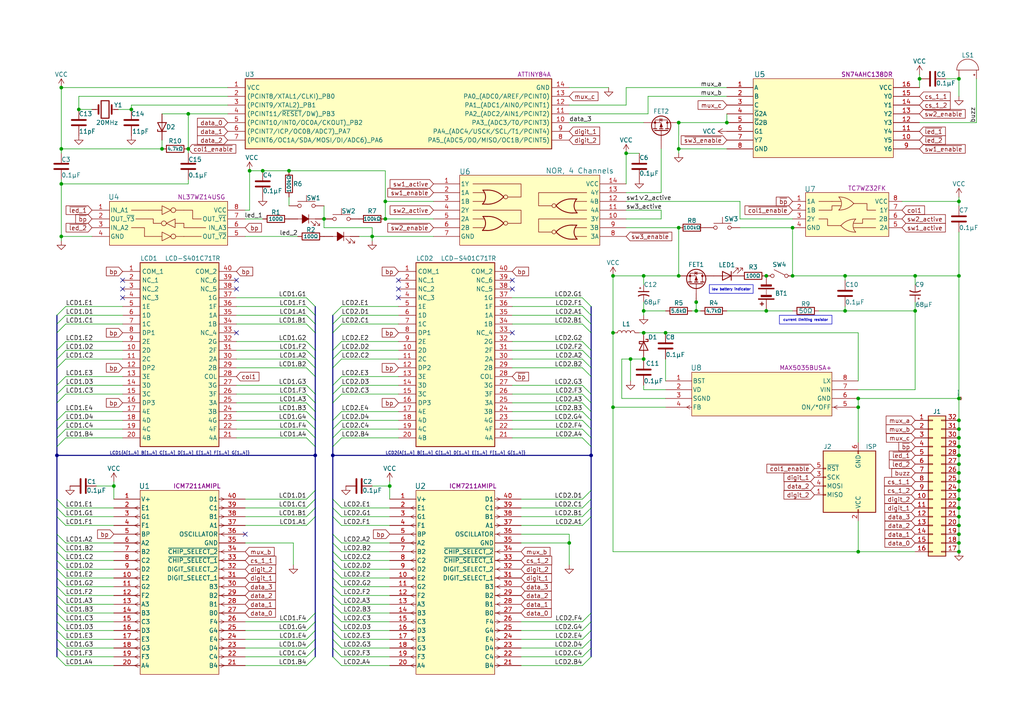
<source format=kicad_sch>
(kicad_sch (version 20230121) (generator eeschema)
  (paper "A4")
  (title_block (title "Liclock") (date "2023-12-12") (rev "0,6") (company "Alset"))
  (junction (at 16.51 132.08))
  (junction (at 93.98 63.5))
  (junction (at 278.13 22.86))
  (junction (at 196.85 35.56))
  (junction (at 278.13 154.94))
  (junction (at 91.44 132.08))
  (junction (at 278.13 157.48))
  (junction (at 111.76 63.5))
  (junction (at 72.39 49.53))
  (junction (at 196.85 43.18))
  (junction (at 171.45 132.08))
  (junction (at 107.95 68.58))
  (junction (at 54.61 33.02))
  (junction (at 165.1 157.48))
  (junction (at 22.86 31.75))
  (junction (at 17.78 43.18))
  (junction (at 278.13 58.42))
  (junction (at 182.88 104.14))
  (junction (at 76.2 49.53))
  (junction (at 278.13 129.54))
  (junction (at 278.13 124.46))
  (junction (at 186.69 104.14))
  (junction (at 278.13 144.78))
  (junction (at 54.61 43.18))
  (junction (at 17.78 68.58))
  (junction (at 186.69 80.01))
  (junction (at 278.13 121.92))
  (junction (at 17.78 25.4))
  (junction (at 278.13 149.86))
  (junction (at 248.92 115.57))
  (junction (at 222.25 90.17))
  (junction (at 245.11 80.01))
  (junction (at 186.69 90.17))
  (junction (at 96.52 132.08))
  (junction (at 38.1 31.75))
  (junction (at 278.13 139.7))
  (junction (at 196.85 80.01))
  (junction (at 181.61 44.45))
  (junction (at 278.13 115.57))
  (junction (at 265.43 80.01))
  (junction (at 83.82 49.53))
  (junction (at 193.04 96.52))
  (junction (at 229.87 80.01))
  (junction (at 177.8 80.01))
  (junction (at 210.82 35.56))
  (junction (at 265.43 90.17))
  (junction (at 278.13 142.24))
  (junction (at 278.13 134.62))
  (junction (at 229.87 66.04))
  (junction (at 196.85 66.04))
  (junction (at 266.7 22.86))
  (junction (at 186.69 96.52))
  (junction (at 278.13 152.4))
  (junction (at 248.92 118.11))
  (junction (at 278.13 137.16))
  (junction (at 201.93 87.63))
  (junction (at 278.13 147.32))
  (junction (at 177.8 118.11))
  (junction (at 177.8 96.52))
  (junction (at 17.78 53.34))
  (junction (at 201.93 90.17))
  (junction (at 33.02 140.97))
  (junction (at 46.99 43.18))
  (junction (at 113.03 140.97))
  (junction (at 111.76 58.42))
  (junction (at 278.13 160.02))
  (junction (at 248.92 160.02))
  (junction (at 222.25 80.01))
  (junction (at 278.13 132.08))
  (junction (at 245.11 90.17))
  (junction (at 278.13 127))
  (junction (at 278.13 80.01))
  (no_connect (at 35.56 86.36))
  (no_connect (at 68.58 83.82))
  (no_connect (at 148.59 83.82))
  (no_connect (at 68.58 96.52))
  (no_connect (at 148.59 81.28))
  (no_connect (at 35.56 83.82))
  (no_connect (at 115.57 81.28))
  (no_connect (at 115.57 86.36))
  (no_connect (at 68.58 81.28))
  (no_connect (at 115.57 83.82))
  (no_connect (at 148.59 96.52))
  (no_connect (at 71.12 154.94))
  (no_connect (at 35.56 81.28))
  (bus_entry (at 99.06 121.92) (size -2.54 2.54))
  (bus_entry (at 99.06 157.48) (size -2.54 -2.54))
  (bus_entry (at 19.05 147.32) (size -2.54 -2.54))
  (bus_entry (at 19.05 109.22) (size -2.54 2.54))
  (bus_entry (at 99.06 91.44) (size -2.54 2.54))
  (bus_entry (at 19.05 180.34) (size -2.54 -2.54))
  (bus_entry (at 19.05 111.76) (size -2.54 2.54))
  (bus_entry (at 99.06 162.56) (size -2.54 -2.54))
  (bus_entry (at 168.91 152.4) (size 2.54 -2.54))
  (bus_entry (at 168.91 114.3) (size 2.54 2.54))
  (bus_entry (at 168.91 182.88) (size 2.54 -2.54))
  (bus_entry (at 88.9 147.32) (size 2.54 -2.54))
  (bus_entry (at 99.06 109.22) (size -2.54 2.54))
  (bus_entry (at 19.05 185.42) (size -2.54 -2.54))
  (bus_entry (at 19.05 157.48) (size -2.54 -2.54))
  (bus_entry (at 88.9 104.14) (size 2.54 2.54))
  (bus_entry (at 168.91 144.78) (size 2.54 -2.54))
  (bus_entry (at 168.91 104.14) (size 2.54 2.54))
  (bus_entry (at 19.05 101.6) (size -2.54 2.54))
  (bus_entry (at 99.06 104.14) (size -2.54 2.54))
  (bus_entry (at 168.91 149.86) (size 2.54 -2.54))
  (bus_entry (at 99.06 170.18) (size -2.54 -2.54))
  (bus_entry (at 168.91 147.32) (size 2.54 -2.54))
  (bus_entry (at 19.05 149.86) (size -2.54 -2.54))
  (bus_entry (at 168.91 116.84) (size 2.54 2.54))
  (bus_entry (at 19.05 119.38) (size -2.54 2.54))
  (bus_entry (at 88.9 127) (size 2.54 2.54))
  (bus_entry (at 99.06 114.3) (size -2.54 2.54))
  (bus_entry (at 19.05 177.8) (size -2.54 -2.54))
  (bus_entry (at 99.06 124.46) (size -2.54 2.54))
  (bus_entry (at 19.05 190.5) (size -2.54 -2.54))
  (bus_entry (at 99.06 182.88) (size -2.54 -2.54))
  (bus_entry (at 99.06 193.04) (size -2.54 -2.54))
  (bus_entry (at 19.05 152.4) (size -2.54 -2.54))
  (bus_entry (at 19.05 93.98) (size -2.54 2.54))
  (bus_entry (at 88.9 124.46) (size 2.54 2.54))
  (bus_entry (at 19.05 167.64) (size -2.54 -2.54))
  (bus_entry (at 88.9 101.6) (size 2.54 2.54))
  (bus_entry (at 168.91 124.46) (size 2.54 2.54))
  (bus_entry (at 19.05 104.14) (size -2.54 2.54))
  (bus_entry (at 168.91 101.6) (size 2.54 2.54))
  (bus_entry (at 99.06 119.38) (size -2.54 2.54))
  (bus_entry (at 88.9 99.06) (size 2.54 2.54))
  (bus_entry (at 99.06 93.98) (size -2.54 2.54))
  (bus_entry (at 168.91 187.96) (size 2.54 -2.54))
  (bus_entry (at 168.91 121.92) (size 2.54 2.54))
  (bus_entry (at 168.91 91.44) (size 2.54 2.54))
  (bus_entry (at 99.06 167.64) (size -2.54 -2.54))
  (bus_entry (at 19.05 187.96) (size -2.54 -2.54))
  (bus_entry (at 88.9 88.9) (size 2.54 2.54))
  (bus_entry (at 99.06 180.34) (size -2.54 -2.54))
  (bus_entry (at 19.05 160.02) (size -2.54 -2.54))
  (bus_entry (at 19.05 170.18) (size -2.54 -2.54))
  (bus_entry (at 88.9 190.5) (size 2.54 -2.54))
  (bus_entry (at 88.9 149.86) (size 2.54 -2.54))
  (bus_entry (at 88.9 114.3) (size 2.54 2.54))
  (bus_entry (at 99.06 187.96) (size -2.54 -2.54))
  (bus_entry (at 19.05 193.04) (size -2.54 -2.54))
  (bus_entry (at 99.06 172.72) (size -2.54 -2.54))
  (bus_entry (at 19.05 114.3) (size -2.54 2.54))
  (bus_entry (at 168.91 99.06) (size 2.54 2.54))
  (bus_entry (at 168.91 180.34) (size 2.54 -2.54))
  (bus_entry (at 19.05 127) (size -2.54 2.54))
  (bus_entry (at 99.06 190.5) (size -2.54 -2.54))
  (bus_entry (at 88.9 111.76) (size 2.54 2.54))
  (bus_entry (at 99.06 88.9) (size -2.54 2.54))
  (bus_entry (at 99.06 149.86) (size -2.54 -2.54))
  (bus_entry (at 19.05 121.92) (size -2.54 2.54))
  (bus_entry (at 168.91 193.04) (size 2.54 -2.54))
  (bus_entry (at 88.9 193.04) (size 2.54 -2.54))
  (bus_entry (at 168.91 93.98) (size 2.54 2.54))
  (bus_entry (at 19.05 182.88) (size -2.54 -2.54))
  (bus_entry (at 99.06 160.02) (size -2.54 -2.54))
  (bus_entry (at 88.9 144.78) (size 2.54 -2.54))
  (bus_entry (at 99.06 99.06) (size -2.54 2.54))
  (bus_entry (at 168.91 127) (size 2.54 2.54))
  (bus_entry (at 99.06 165.1) (size -2.54 -2.54))
  (bus_entry (at 88.9 121.92) (size 2.54 2.54))
  (bus_entry (at 88.9 86.36) (size 2.54 2.54))
  (bus_entry (at 88.9 91.44) (size 2.54 2.54))
  (bus_entry (at 19.05 91.44) (size -2.54 2.54))
  (bus_entry (at 88.9 187.96) (size 2.54 -2.54))
  (bus_entry (at 88.9 119.38) (size 2.54 2.54))
  (bus_entry (at 19.05 99.06) (size -2.54 2.54))
  (bus_entry (at 99.06 111.76) (size -2.54 2.54))
  (bus_entry (at 168.91 106.68) (size 2.54 2.54))
  (bus_entry (at 19.05 124.46) (size -2.54 2.54))
  (bus_entry (at 19.05 172.72) (size -2.54 -2.54))
  (bus_entry (at 99.06 147.32) (size -2.54 -2.54))
  (bus_entry (at 88.9 180.34) (size 2.54 -2.54))
  (bus_entry (at 88.9 106.68) (size 2.54 2.54))
  (bus_entry (at 168.91 111.76) (size 2.54 2.54))
  (bus_entry (at 168.91 185.42) (size 2.54 -2.54))
  (bus_entry (at 99.06 185.42) (size -2.54 -2.54))
  (bus_entry (at 19.05 88.9) (size -2.54 2.54))
  (bus_entry (at 88.9 93.98) (size 2.54 2.54))
  (bus_entry (at 99.06 175.26) (size -2.54 -2.54))
  (bus_entry (at 168.91 88.9) (size 2.54 2.54))
  (bus_entry (at 99.06 152.4) (size -2.54 -2.54))
  (bus_entry (at 88.9 182.88) (size 2.54 -2.54))
  (bus_entry (at 168.91 190.5) (size 2.54 -2.54))
  (bus_entry (at 88.9 116.84) (size 2.54 2.54))
  (bus_entry (at 19.05 165.1) (size -2.54 -2.54))
  (bus_entry (at 99.06 177.8) (size -2.54 -2.54))
  (bus_entry (at 99.06 127) (size -2.54 2.54))
  (bus_entry (at 88.9 185.42) (size 2.54 -2.54))
  (bus_entry (at 19.05 162.56) (size -2.54 -2.54))
  (bus_entry (at 168.91 86.36) (size 2.54 2.54))
  (bus_entry (at 99.06 101.6) (size -2.54 2.54))
  (bus_entry (at 168.91 119.38) (size 2.54 2.54))
  (bus_entry (at 19.05 175.26) (size -2.54 -2.54))
  (bus_entry (at 88.9 152.4) (size 2.54 -2.54))
  (wire (pts (xy 165.1 30.48) (xy 181.61 30.48)))
  (bus (pts (xy 171.45 177.8) (xy 171.45 180.34)))
  (bus (pts (xy 91.44 147.32) (xy 91.44 149.86)))
  (wire (pts (xy 99.06 177.8) (xy 113.03 177.8)))
  (wire (pts (xy 72.39 49.53) (xy 72.39 60.96)))
  (wire (pts (xy 229.87 63.5) (xy 214.63 63.5)))
  (wire (pts (xy 278.13 80.01) (xy 278.13 115.57)))
  (bus (pts (xy 91.44 93.98) (xy 91.44 96.52)))
  (bus (pts (xy 16.51 127) (xy 16.51 129.54)))
  (bus (pts (xy 16.51 101.6) (xy 16.51 104.14)))
  (bus (pts (xy 96.52 160.02) (xy 96.52 157.48)))
  (wire (pts (xy 19.05 149.86) (xy 33.02 149.86)))
  (wire (pts (xy 210.82 33.02) (xy 210.82 35.56)))
  (wire (pts (xy 265.43 113.03) (xy 265.43 90.17)))
  (wire (pts (xy 68.58 101.6) (xy 88.9 101.6)))
  (wire (pts (xy 151.13 157.48) (xy 165.1 157.48)))
  (bus (pts (xy 16.51 187.96) (xy 16.51 190.5)))
  (bus (pts (xy 171.45 104.14) (xy 171.45 106.68)))
  (bus (pts (xy 96.52 175.26) (xy 96.52 177.8)))
  (wire (pts (xy 181.61 66.04) (xy 196.85 66.04)))
  (wire (pts (xy 46.99 33.02) (xy 54.61 33.02)))
  (wire (pts (xy 19.05 109.22) (xy 35.56 109.22)))
  (wire (pts (xy 148.59 101.6) (xy 168.91 101.6)))
  (wire (pts (xy 278.13 124.46) (xy 278.13 127)))
  (wire (pts (xy 278.13 144.78) (xy 278.13 147.32)))
  (wire (pts (xy 245.11 88.9) (xy 245.11 90.17)))
  (wire (pts (xy 76.2 49.53) (xy 83.82 49.53)))
  (bus (pts (xy 91.44 127) (xy 91.44 129.54)))
  (wire (pts (xy 196.85 66.04) (xy 196.85 80.01)))
  (wire (pts (xy 19.05 127) (xy 35.56 127)))
  (bus (pts (xy 96.52 104.14) (xy 96.52 106.68)))
  (wire (pts (xy 248.92 160.02) (xy 177.8 160.02)))
  (wire (pts (xy 181.61 44.45) (xy 181.61 53.34)))
  (wire (pts (xy 165.1 154.94) (xy 165.1 157.48)))
  (bus (pts (xy 171.45 147.32) (xy 171.45 149.86)))
  (bus (pts (xy 16.51 116.84) (xy 16.51 121.92)))
  (bus (pts (xy 96.52 129.54) (xy 96.52 132.08)))
  (bus (pts (xy 96.52 170.18) (xy 96.52 172.72)))
  (wire (pts (xy 180.34 104.14) (xy 182.88 104.14)))
  (wire (pts (xy 151.13 147.32) (xy 168.91 147.32)))
  (bus (pts (xy 91.44 149.86) (xy 91.44 177.8)))
  (wire (pts (xy 107.95 66.04) (xy 107.95 68.58)))
  (wire (pts (xy 168.91 190.5) (xy 151.13 190.5)))
  (wire (pts (xy 71.12 147.32) (xy 88.9 147.32)))
  (bus (pts (xy 171.45 182.88) (xy 171.45 185.42)))
  (wire (pts (xy 201.93 87.63) (xy 201.93 90.17)))
  (wire (pts (xy 278.13 149.86) (xy 278.13 152.4)))
  (bus (pts (xy 16.51 180.34) (xy 16.51 182.88)))
  (wire (pts (xy 19.05 99.06) (xy 35.56 99.06)))
  (wire (pts (xy 265.43 160.02) (xy 248.92 160.02)))
  (wire (pts (xy 99.06 99.06) (xy 115.57 99.06)))
  (wire (pts (xy 19.05 167.64) (xy 33.02 167.64)))
  (wire (pts (xy 177.8 80.01) (xy 177.8 96.52)))
  (wire (pts (xy 248.92 96.52) (xy 248.92 110.49)))
  (wire (pts (xy 71.12 190.5) (xy 88.9 190.5)))
  (wire (pts (xy 38.1 30.48) (xy 66.04 30.48)))
  (wire (pts (xy 182.88 110.49) (xy 182.88 104.14)))
  (wire (pts (xy 196.85 35.56) (xy 210.82 35.56)))
  (wire (pts (xy 68.58 106.68) (xy 88.9 106.68)))
  (bus (pts (xy 171.45 132.08) (xy 171.45 142.24)))
  (wire (pts (xy 278.13 134.62) (xy 278.13 137.16)))
  (wire (pts (xy 22.86 31.75) (xy 26.67 31.75)))
  (bus (pts (xy 91.44 187.96) (xy 91.44 190.5)))
  (bus (pts (xy 171.45 106.68) (xy 171.45 109.22)))
  (wire (pts (xy 19.05 185.42) (xy 33.02 185.42)))
  (wire (pts (xy 33.02 140.97) (xy 33.02 144.78)))
  (wire (pts (xy 278.13 157.48) (xy 278.13 160.02)))
  (bus (pts (xy 91.44 185.42) (xy 91.44 187.96)))
  (wire (pts (xy 148.59 119.38) (xy 168.91 119.38)))
  (wire (pts (xy 278.13 132.08) (xy 278.13 134.62)))
  (bus (pts (xy 96.52 154.94) (xy 96.52 157.48)))
  (wire (pts (xy 193.04 115.57) (xy 180.34 115.57)))
  (wire (pts (xy 148.59 88.9) (xy 168.91 88.9)))
  (wire (pts (xy 168.91 180.34) (xy 151.13 180.34)))
  (wire (pts (xy 68.58 121.92) (xy 88.9 121.92)))
  (bus (pts (xy 171.45 187.96) (xy 171.45 190.5)))
  (wire (pts (xy 148.59 127) (xy 168.91 127)))
  (wire (pts (xy 99.06 109.22) (xy 115.57 109.22)))
  (wire (pts (xy 180.34 104.14) (xy 180.34 115.57)))
  (wire (pts (xy 93.98 63.5) (xy 93.98 66.04)))
  (wire (pts (xy 261.62 58.42) (xy 278.13 58.42)))
  (wire (pts (xy 191.77 63.5) (xy 191.77 60.96)))
  (wire (pts (xy 248.92 151.13) (xy 248.92 160.02)))
  (bus (pts (xy 171.45 121.92) (xy 171.45 124.46)))
  (wire (pts (xy 185.42 96.52) (xy 186.69 96.52)))
  (bus (pts (xy 171.45 93.98) (xy 171.45 96.52)))
  (wire (pts (xy 186.69 90.17) (xy 186.69 91.44)))
  (wire (pts (xy 17.78 53.34) (xy 17.78 68.58)))
  (wire (pts (xy 99.06 190.5) (xy 113.03 190.5)))
  (wire (pts (xy 99.06 91.44) (xy 115.57 91.44)))
  (wire (pts (xy 187.96 33.02) (xy 187.96 27.94)))
  (wire (pts (xy 19.05 147.32) (xy 33.02 147.32)))
  (bus (pts (xy 91.44 119.38) (xy 91.44 121.92)))
  (wire (pts (xy 214.63 63.5) (xy 214.63 58.42)))
  (wire (pts (xy 71.12 185.42) (xy 88.9 185.42)))
  (wire (pts (xy 99.06 147.32) (xy 113.03 147.32)))
  (bus (pts (xy 91.44 109.22) (xy 91.44 114.3)))
  (wire (pts (xy 19.05 101.6) (xy 35.56 101.6)))
  (wire (pts (xy 168.91 152.4) (xy 151.13 152.4)))
  (wire (pts (xy 111.76 63.5) (xy 125.73 63.5)))
  (wire (pts (xy 19.05 190.5) (xy 33.02 190.5)))
  (wire (pts (xy 148.59 121.92) (xy 168.91 121.92)))
  (bus (pts (xy 16.51 106.68) (xy 16.51 111.76)))
  (bus (pts (xy 96.52 124.46) (xy 96.52 127)))
  (wire (pts (xy 68.58 86.36) (xy 88.9 86.36)))
  (bus (pts (xy 91.44 129.54) (xy 91.44 132.08)))
  (bus (pts (xy 96.52 111.76) (xy 96.52 114.3)))
  (bus (pts (xy 16.51 154.94) (xy 16.51 157.48)))
  (wire (pts (xy 278.13 152.4) (xy 278.13 154.94)))
  (wire (pts (xy 99.06 124.46) (xy 115.57 124.46)))
  (bus (pts (xy 16.51 132.08) (xy 91.44 132.08)))
  (wire (pts (xy 245.11 90.17) (xy 265.43 90.17)))
  (bus (pts (xy 96.52 93.98) (xy 96.52 96.52)))
  (bus (pts (xy 96.52 147.32) (xy 96.52 149.86)))
  (bus (pts (xy 96.52 116.84) (xy 96.52 121.92)))
  (wire (pts (xy 19.05 170.18) (xy 33.02 170.18)))
  (wire (pts (xy 68.58 119.38) (xy 88.9 119.38)))
  (wire (pts (xy 148.59 104.14) (xy 168.91 104.14)))
  (bus (pts (xy 91.44 124.46) (xy 91.44 127)))
  (wire (pts (xy 99.06 182.88) (xy 113.03 182.88)))
  (wire (pts (xy 168.91 187.96) (xy 151.13 187.96)))
  (wire (pts (xy 71.12 187.96) (xy 88.9 187.96)))
  (bus (pts (xy 16.51 91.44) (xy 16.51 93.98)))
  (wire (pts (xy 278.13 22.86) (xy 278.13 27.94)))
  (wire (pts (xy 168.91 182.88) (xy 151.13 182.88)))
  (wire (pts (xy 33.02 139.7) (xy 33.02 140.97)))
  (bus (pts (xy 96.52 187.96) (xy 96.52 190.5)))
  (wire (pts (xy 248.92 118.11) (xy 248.92 128.27)))
  (wire (pts (xy 148.59 114.3) (xy 168.91 114.3)))
  (wire (pts (xy 68.58 88.9) (xy 88.9 88.9)))
  (bus (pts (xy 171.45 124.46) (xy 171.45 127)))
  (bus (pts (xy 91.44 182.88) (xy 91.44 185.42)))
  (wire (pts (xy 99.06 162.56) (xy 113.03 162.56)))
  (wire (pts (xy 229.87 66.04) (xy 229.87 80.01)))
  (wire (pts (xy 265.43 80.01) (xy 278.13 80.01)))
  (wire (pts (xy 168.91 185.42) (xy 151.13 185.42)))
  (bus (pts (xy 171.45 88.9) (xy 171.45 91.44)))
  (wire (pts (xy 278.13 139.7) (xy 278.13 142.24)))
  (wire (pts (xy 191.77 43.18) (xy 191.77 55.88)))
  (wire (pts (xy 148.59 116.84) (xy 168.91 116.84)))
  (bus (pts (xy 171.45 96.52) (xy 171.45 101.6)))
  (bus (pts (xy 16.51 144.78) (xy 16.51 147.32)))
  (bus (pts (xy 16.51 147.32) (xy 16.51 149.86)))
  (bus (pts (xy 91.44 142.24) (xy 91.44 144.78)))
  (wire (pts (xy 107.95 140.97) (xy 113.03 140.97)))
  (wire (pts (xy 177.8 96.52) (xy 177.8 118.11)))
  (wire (pts (xy 68.58 116.84) (xy 88.9 116.84)))
  (bus (pts (xy 16.51 172.72) (xy 16.51 175.26)))
  (bus (pts (xy 96.52 177.8) (xy 96.52 180.34)))
  (wire (pts (xy 229.87 80.01) (xy 245.11 80.01)))
  (wire (pts (xy 181.61 55.88) (xy 191.77 55.88)))
  (wire (pts (xy 99.06 121.92) (xy 115.57 121.92)))
  (wire (pts (xy 176.53 25.4) (xy 165.1 25.4)))
  (wire (pts (xy 151.13 144.78) (xy 168.91 144.78)))
  (wire (pts (xy 278.13 121.92) (xy 278.13 124.46)))
  (wire (pts (xy 278.13 137.16) (xy 278.13 139.7)))
  (wire (pts (xy 38.1 31.75) (xy 38.1 30.48)))
  (wire (pts (xy 99.06 167.64) (xy 113.03 167.64)))
  (wire (pts (xy 165.1 157.48) (xy 165.1 163.83)))
  (bus (pts (xy 96.52 162.56) (xy 96.52 165.1)))
  (wire (pts (xy 71.12 193.04) (xy 88.9 193.04)))
  (wire (pts (xy 99.06 165.1) (xy 113.03 165.1)))
  (wire (pts (xy 19.05 162.56) (xy 33.02 162.56)))
  (wire (pts (xy 274.32 22.86) (xy 278.13 22.86)))
  (bus (pts (xy 171.45 101.6) (xy 171.45 104.14)))
  (wire (pts (xy 68.58 99.06) (xy 88.9 99.06)))
  (wire (pts (xy 113.03 140.97) (xy 113.03 144.78)))
  (wire (pts (xy 148.59 99.06) (xy 168.91 99.06)))
  (bus (pts (xy 96.52 185.42) (xy 96.52 187.96)))
  (wire (pts (xy 68.58 93.98) (xy 88.9 93.98)))
  (wire (pts (xy 66.04 27.94) (xy 22.86 27.94)))
  (wire (pts (xy 148.59 93.98) (xy 168.91 93.98)))
  (wire (pts (xy 19.05 157.48) (xy 33.02 157.48)))
  (wire (pts (xy 99.06 88.9) (xy 115.57 88.9)))
  (wire (pts (xy 278.13 129.54) (xy 278.13 132.08)))
  (wire (pts (xy 266.7 35.56) (xy 283.21 35.56)))
  (bus (pts (xy 171.45 119.38) (xy 171.45 121.92)))
  (wire (pts (xy 85.09 157.48) (xy 85.09 163.83)))
  (bus (pts (xy 16.51 175.26) (xy 16.51 177.8)))
  (wire (pts (xy 19.05 119.38) (xy 35.56 119.38)))
  (bus (pts (xy 91.44 101.6) (xy 91.44 104.14)))
  (bus (pts (xy 96.52 91.44) (xy 96.52 93.98)))
  (bus (pts (xy 16.51 96.52) (xy 16.51 101.6)))
  (bus (pts (xy 96.52 182.88) (xy 96.52 185.42)))
  (wire (pts (xy 99.06 180.34) (xy 113.03 180.34)))
  (wire (pts (xy 278.13 147.32) (xy 278.13 149.86)))
  (bus (pts (xy 91.44 104.14) (xy 91.44 106.68)))
  (wire (pts (xy 19.05 160.02) (xy 33.02 160.02)))
  (bus (pts (xy 171.45 114.3) (xy 171.45 116.84)))
  (wire (pts (xy 71.12 144.78) (xy 88.9 144.78)))
  (wire (pts (xy 201.93 86.36) (xy 201.93 87.63)))
  (wire (pts (xy 193.04 118.11) (xy 177.8 118.11)))
  (wire (pts (xy 278.13 154.94) (xy 278.13 157.48)))
  (wire (pts (xy 191.77 60.96) (xy 181.61 60.96)))
  (wire (pts (xy 111.76 49.53) (xy 111.76 58.42)))
  (wire (pts (xy 34.29 31.75) (xy 38.1 31.75)))
  (wire (pts (xy 17.78 53.34) (xy 54.61 53.34)))
  (wire (pts (xy 72.39 49.53) (xy 76.2 49.53)))
  (wire (pts (xy 186.69 90.17) (xy 193.04 90.17)))
  (wire (pts (xy 181.61 44.45) (xy 185.42 44.45)))
  (wire (pts (xy 19.05 88.9) (xy 35.56 88.9)))
  (bus (pts (xy 171.45 91.44) (xy 171.45 93.98)))
  (wire (pts (xy 245.11 80.01) (xy 245.11 81.28)))
  (bus (pts (xy 96.52 172.72) (xy 96.52 175.26)))
  (bus (pts (xy 171.45 149.86) (xy 171.45 177.8)))
  (wire (pts (xy 107.95 66.04) (xy 93.98 66.04)))
  (bus (pts (xy 16.51 149.86) (xy 16.51 154.94)))
  (bus (pts (xy 96.52 167.64) (xy 96.52 170.18)))
  (wire (pts (xy 19.05 187.96) (xy 33.02 187.96)))
  (wire (pts (xy 19.05 172.72) (xy 33.02 172.72)))
  (bus (pts (xy 16.51 185.42) (xy 16.51 187.96)))
  (bus (pts (xy 171.45 129.54) (xy 171.45 132.08)))
  (wire (pts (xy 168.91 193.04) (xy 151.13 193.04)))
  (wire (pts (xy 196.85 44.45) (xy 196.85 43.18)))
  (wire (pts (xy 193.04 104.14) (xy 193.04 110.49)))
  (wire (pts (xy 229.87 90.17) (xy 222.25 90.17)))
  (wire (pts (xy 99.06 111.76) (xy 115.57 111.76)))
  (wire (pts (xy 17.78 53.34) (xy 17.78 52.07)))
  (bus (pts (xy 171.45 180.34) (xy 171.45 182.88)))
  (wire (pts (xy 27.94 140.97) (xy 33.02 140.97)))
  (bus (pts (xy 91.44 116.84) (xy 91.44 119.38)))
  (wire (pts (xy 283.21 35.56) (xy 283.21 22.86)))
  (wire (pts (xy 68.58 124.46) (xy 88.9 124.46)))
  (wire (pts (xy 99.06 104.14) (xy 115.57 104.14)))
  (wire (pts (xy 99.06 193.04) (xy 113.03 193.04)))
  (wire (pts (xy 266.7 22.86) (xy 266.7 25.4)))
  (wire (pts (xy 99.06 93.98) (xy 115.57 93.98)))
  (bus (pts (xy 91.44 121.92) (xy 91.44 124.46)))
  (wire (pts (xy 66.04 33.02) (xy 54.61 33.02)))
  (wire (pts (xy 248.92 118.11) (xy 248.92 115.57)))
  (bus (pts (xy 96.52 180.34) (xy 96.52 182.88)))
  (bus (pts (xy 91.44 88.9) (xy 91.44 91.44)))
  (wire (pts (xy 186.69 80.01) (xy 186.69 82.55)))
  (wire (pts (xy 17.78 68.58) (xy 26.67 68.58)))
  (bus (pts (xy 91.44 106.68) (xy 91.44 109.22)))
  (bus (pts (xy 91.44 177.8) (xy 91.44 180.34)))
  (bus (pts (xy 96.52 165.1) (xy 96.52 167.64)))
  (bus (pts (xy 16.51 124.46) (xy 16.51 127)))
  (bus (pts (xy 171.45 127) (xy 171.45 129.54)))
  (wire (pts (xy 99.06 101.6) (xy 115.57 101.6)))
  (wire (pts (xy 19.05 93.98) (xy 35.56 93.98)))
  (bus (pts (xy 91.44 91.44) (xy 91.44 93.98)))
  (wire (pts (xy 22.86 27.94) (xy 22.86 31.75)))
  (wire (pts (xy 19.05 114.3) (xy 35.56 114.3)))
  (wire (pts (xy 248.92 113.03) (xy 265.43 113.03)))
  (wire (pts (xy 165.1 35.56) (xy 186.69 35.56)))
  (wire (pts (xy 111.76 58.42) (xy 125.73 58.42)))
  (wire (pts (xy 99.06 114.3) (xy 115.57 114.3)))
  (bus (pts (xy 16.51 162.56) (xy 16.51 165.1)))
  (wire (pts (xy 111.76 49.53) (xy 83.82 49.53)))
  (bus (pts (xy 96.52 127) (xy 96.52 129.54)))
  (wire (pts (xy 68.58 127) (xy 88.9 127)))
  (bus (pts (xy 96.52 106.68) (xy 96.52 111.76)))
  (wire (pts (xy 182.88 104.14) (xy 186.69 104.14)))
  (wire (pts (xy 19.05 124.46) (xy 35.56 124.46)))
  (wire (pts (xy 107.95 68.58) (xy 125.73 68.58)))
  (wire (pts (xy 68.58 91.44) (xy 88.9 91.44)))
  (bus (pts (xy 16.51 114.3) (xy 16.51 116.84)))
  (bus (pts (xy 96.52 132.08) (xy 96.52 144.78)))
  (wire (pts (xy 99.06 170.18) (xy 113.03 170.18)))
  (wire (pts (xy 19.05 175.26) (xy 33.02 175.26)))
  (wire (pts (xy 148.59 111.76) (xy 168.91 111.76)))
  (wire (pts (xy 19.05 193.04) (xy 33.02 193.04)))
  (wire (pts (xy 99.06 152.4) (xy 113.03 152.4)))
  (wire (pts (xy 200.66 90.17) (xy 201.93 90.17)))
  (wire (pts (xy 113.03 139.7) (xy 113.03 140.97)))
  (bus (pts (xy 16.51 157.48) (xy 16.51 160.02)))
  (wire (pts (xy 237.49 90.17) (xy 245.11 90.17)))
  (wire (pts (xy 99.06 119.38) (xy 115.57 119.38)))
  (bus (pts (xy 91.44 96.52) (xy 91.44 101.6)))
  (wire (pts (xy 248.92 115.57) (xy 278.13 115.57)))
  (bus (pts (xy 16.51 160.02) (xy 16.51 162.56)))
  (wire (pts (xy 68.58 104.14) (xy 88.9 104.14)))
  (wire (pts (xy 19.05 111.76) (xy 35.56 111.76)))
  (bus (pts (xy 96.52 144.78) (xy 96.52 147.32)))
  (bus (pts (xy 171.45 109.22) (xy 171.45 114.3)))
  (wire (pts (xy 210.82 90.17) (xy 222.25 90.17)))
  (wire (pts (xy 168.91 149.86) (xy 151.13 149.86)))
  (wire (pts (xy 278.13 127) (xy 278.13 129.54)))
  (wire (pts (xy 186.69 113.03) (xy 193.04 113.03)))
  (wire (pts (xy 71.12 182.88) (xy 88.9 182.88)))
  (bus (pts (xy 91.44 180.34) (xy 91.44 182.88)))
  (bus (pts (xy 16.51 111.76) (xy 16.51 114.3)))
  (wire (pts (xy 181.61 25.4) (xy 210.82 25.4)))
  (wire (pts (xy 19.05 152.4) (xy 33.02 152.4)))
  (wire (pts (xy 186.69 113.03) (xy 186.69 111.76)))
  (wire (pts (xy 177.8 118.11) (xy 177.8 160.02)))
  (wire (pts (xy 278.13 57.15) (xy 278.13 58.42)))
  (bus (pts (xy 96.52 149.86) (xy 96.52 154.94)))
  (wire (pts (xy 54.61 53.34) (xy 54.61 52.07)))
  (wire (pts (xy 71.12 157.48) (xy 85.09 157.48)))
  (wire (pts (xy 17.78 69.85) (xy 17.78 68.58)))
  (bus (pts (xy 96.52 96.52) (xy 96.52 101.6)))
  (wire (pts (xy 19.05 180.34) (xy 33.02 180.34)))
  (wire (pts (xy 19.05 177.8) (xy 33.02 177.8)))
  (wire (pts (xy 19.05 182.88) (xy 33.02 182.88)))
  (wire (pts (xy 54.61 33.02) (xy 54.61 43.18)))
  (wire (pts (xy 187.96 27.94) (xy 210.82 27.94)))
  (wire (pts (xy 245.11 80.01) (xy 265.43 80.01)))
  (wire (pts (xy 71.12 152.4) (xy 88.9 152.4)))
  (wire (pts (xy 71.12 180.34) (xy 88.9 180.34)))
  (bus (pts (xy 16.51 165.1) (xy 16.51 167.64)))
  (wire (pts (xy 68.58 114.3) (xy 88.9 114.3)))
  (wire (pts (xy 181.61 30.48) (xy 181.61 25.4)))
  (wire (pts (xy 165.1 33.02) (xy 187.96 33.02)))
  (bus (pts (xy 171.45 185.42) (xy 171.45 187.96)))
  (bus (pts (xy 91.44 132.08) (xy 91.44 142.24)))
  (wire (pts (xy 83.82 57.15) (xy 83.82 59.69)))
  (wire (pts (xy 93.98 59.69) (xy 93.98 63.5)))
  (wire (pts (xy 111.76 58.42) (xy 111.76 63.5)))
  (wire (pts (xy 107.95 68.58) (xy 104.14 68.58)))
  (wire (pts (xy 99.06 160.02) (xy 113.03 160.02)))
  (wire (pts (xy 148.59 106.68) (xy 168.91 106.68)))
  (wire (pts (xy 193.04 96.52) (xy 248.92 96.52)))
  (wire (pts (xy 99.06 187.96) (xy 113.03 187.96)))
  (wire (pts (xy 265.43 87.63) (xy 265.43 90.17)))
  (wire (pts (xy 99.06 175.26) (xy 113.03 175.26)))
  (bus (pts (xy 16.51 177.8) (xy 16.51 180.34)))
  (wire (pts (xy 214.63 58.42) (xy 181.61 58.42)))
  (bus (pts (xy 96.52 101.6) (xy 96.52 104.14)))
  (wire (pts (xy 278.13 115.57) (xy 278.13 121.92)))
  (bus (pts (xy 16.51 121.92) (xy 16.51 124.46)))
  (bus (pts (xy 16.51 132.08) (xy 16.51 144.78)))
  (wire (pts (xy 148.59 91.44) (xy 168.91 91.44)))
  (wire (pts (xy 46.99 40.64) (xy 46.99 43.18)))
  (bus (pts (xy 91.44 114.3) (xy 91.44 116.84)))
  (wire (pts (xy 19.05 104.14) (xy 35.56 104.14)))
  (wire (pts (xy 214.63 66.04) (xy 229.87 66.04)))
  (bus (pts (xy 96.52 132.08) (xy 171.45 132.08)))
  (bus (pts (xy 16.51 93.98) (xy 16.51 96.52)))
  (wire (pts (xy 19.05 121.92) (xy 35.56 121.92)))
  (wire (pts (xy 17.78 44.45) (xy 17.78 43.18)))
  (wire (pts (xy 265.43 80.01) (xy 265.43 82.55)))
  (wire (pts (xy 17.78 25.4) (xy 66.04 25.4)))
  (wire (pts (xy 151.13 154.94) (xy 165.1 154.94)))
  (wire (pts (xy 278.13 59.69) (xy 278.13 58.42)))
  (wire (pts (xy 186.69 80.01) (xy 196.85 80.01)))
  (wire (pts (xy 148.59 86.36) (xy 168.91 86.36)))
  (bus (pts (xy 96.52 160.02) (xy 96.52 162.56)))
  (wire (pts (xy 71.12 149.86) (xy 88.9 149.86)))
  (wire (pts (xy 54.61 44.45) (xy 54.61 43.18)))
  (wire (pts (xy 99.06 149.86) (xy 113.03 149.86)))
  (wire (pts (xy 181.61 63.5) (xy 191.77 63.5)))
  (wire (pts (xy 186.69 96.52) (xy 193.04 96.52)))
  (wire (pts (xy 17.78 25.4) (xy 17.78 43.18)))
  (wire (pts (xy 68.58 111.76) (xy 88.9 111.76)))
  (bus (pts (xy 16.51 104.14) (xy 16.51 106.68)))
  (bus (pts (xy 96.52 121.92) (xy 96.52 124.46)))
  (wire (pts (xy 17.78 43.18) (xy 46.99 43.18)))
  (wire (pts (xy 76.2 63.5) (xy 71.12 63.5)))
  (wire (pts (xy 107.95 69.85) (xy 107.95 68.58)))
  (wire (pts (xy 71.12 68.58) (xy 86.36 68.58)))
  (wire (pts (xy 19.05 91.44) (xy 35.56 91.44)))
  (bus (pts (xy 16.51 167.64) (xy 16.51 170.18)))
  (wire (pts (xy 278.13 142.24) (xy 278.13 144.78)))
  (bus (pts (xy 16.51 170.18) (xy 16.51 172.72)))
  (bus (pts (xy 16.51 182.88) (xy 16.51 185.42)))
  (wire (pts (xy 72.39 60.96) (xy 71.12 60.96)))
  (bus (pts (xy 171.45 144.78) (xy 171.45 147.32)))
  (wire (pts (xy 203.2 90.17) (xy 201.93 90.17)))
  (wire (pts (xy 186.69 87.63) (xy 186.69 90.17)))
  (wire (pts (xy 99.06 127) (xy 115.57 127)))
  (wire (pts (xy 99.06 185.42) (xy 113.03 185.42)))
  (wire (pts (xy 19.05 165.1) (xy 33.02 165.1)))
  (wire (pts (xy 148.59 124.46) (xy 168.91 124.46)))
  (wire (pts (xy 99.06 157.48) (xy 113.03 157.48)))
  (bus (pts (xy 91.44 144.78) (xy 91.44 147.32)))
  (wire (pts (xy 196.85 35.56) (xy 196.85 43.18)))
  (bus (pts (xy 171.45 142.24) (xy 171.45 144.78)))
  (wire (pts (xy 196.85 43.18) (xy 210.82 43.18)))
  (wire (pts (xy 177.8 80.01) (xy 186.69 80.01)))
  (wire (pts (xy 266.7 21.59) (xy 266.7 22.86)))
  (bus (pts (xy 96.52 114.3) (xy 96.52 116.84)))
  (wire (pts (xy 99.06 172.72) (xy 113.03 172.72)))
  (wire (pts (xy 278.13 67.31) (xy 278.13 80.01)))
  (bus (pts (xy 16.51 129.54) (xy 16.51 132.08)))
  (bus (pts (xy 171.45 116.84) (xy 171.45 119.38)))
  (text_box "current limiting resistor" (at 226.06 91.44 0) (size 15.24 2.54) (effects (font (size 0.7112 0.7112))))
  (text_box "low battery indicator" (at 205.74 82.55 0) (size 12.7 2.54) (effects (font (size 0.7112 0.7112))))
  (label "LCD1.D2" (at 19.05 165.1 0))
  (label "LCD1.B3" (at 19.05 177.8 0))
  (label "LCD2.F1" (at 168.91 88.9 180))
  (label "LCD1.D4" (at 88.9 187.96 180))
  (label "mux_b" (at 203.2 27.94 0))
  (label "LCD2.A4" (at 99.568 193.04 0))
  (label "LCD2.B3" (at 99.568 177.8 0))
  (label "LCD1.F4" (at 88.9 180.34 180))
  (label "LCD1.C4" (at 19.05 124.46 0))
  (label "LCD2.F4" (at 168.91 180.34 180))
  (label "LCD2.G4" (at 168.91 182.88 180))
  (label "LCD1.E3" (at 19.05 185.42 0))
  (label "LCD1.B4" (at 88.9 193.04 180))
  (label "LCD1.G1" (at 88.9 86.36 180))
  (label "LCD2.C2" (at 99.568 162.56 0))
  (label "LCD1.A3" (at 88.9 116.84 180))
  (label "LCD1.A4" (at 19.05 193.04 0))
  (label "LCD1.B2" (at 19.05 160.02 0))
  (label "LCD2.G2" (at 168.91 99.06 180))
  (label "LCD2.B1" (at 168.91 93.98 180))
  (label "LCD2{A[1..4] B[1..4] C[1..4] D[1..4] E[1..4] F[1..4] G[1..4]}" (at 111.76 132.08 0) (effects (font (size 0.889 0.889))))
  (label "LCD2.F1" (at 99.568 152.4 0))
  (label "LCD2.C2" (at 99.06 104.14 0))
  (label "LCD2.F3" (at 99.568 190.5 0))
  (label "LCD1.G4" (at 88.9 121.92 180))
  (label "LCD1.B4" (at 19.05 127 0))
  (label "LCD2.A3" (at 168.91 116.84 180))
  (label "LCD1.F2" (at 88.9 101.6 180))
  (label "LCD2.A3" (at 99.568 175.26 0))
  (label "LCD2.D1" (at 168.91 144.78 180))
  (label "LCD1.F4" (at 88.9 124.46 180))
  (label "LCD1.C1" (at 19.05 93.98 0))
  (label "LCD1.F1" (at 88.9 88.9 180))
  (label "LCD1.G1" (at 19.05 149.86 0))
  (label "LCD1.E1" (at 19.05 88.9 0))
  (label "LCD2.E3" (at 99.568 185.42 0))
  (label "LCD2.C4" (at 168.91 190.5 180))
  (label "LCD1.B1" (at 88.9 149.86 180))
  (label "LCD2.G3" (at 99.568 187.96 0))
  (label "LCD1.C1" (at 88.9 147.32 180))
  (label "LCD2.C1" (at 99.06 93.98 0))
  (label "LCD1.C4" (at 88.9 190.5 180))
  (label "LCD1.E1" (at 19.05 147.32 0))
  (label "LCD1.A1" (at 88.9 91.44 180))
  (label "LCD1.F3" (at 19.05 190.5 0))
  (label "LCD2.E2" (at 99.568 167.64 0))
  (label "LCD1.G3" (at 19.05 187.96 0))
  (label "LCD1.C2" (at 19.05 162.56 0))
  (label "LCD2.G1" (at 168.91 86.36 180))
  (label "LCD1.D1" (at 19.05 91.44 0))
  (label "LCD2.F2" (at 99.568 172.72 0))
  (label "LCD2.F3" (at 168.91 114.3 180))
  (label "LCD1.E4" (at 19.05 119.38 0))
  (label "LCD1.F1" (at 19.05 152.4 0))
  (label "sw3_active" (at 181.61 60.96 0))
  (label "LCD1.G2" (at 88.9 99.06 180))
  (label "LCD1.E2" (at 19.05 167.64 0))
  (label "buzz" (at 283.21 35.56 90))
  (label "LCD1.C2" (at 19.05 104.14 0))
  (label "LCD2.B3" (at 168.91 119.38 180))
  (label "LCD2.E1" (at 99.06 88.9 0))
  (label "LCD2.D4" (at 168.91 187.96 180))
  (label "LCD2.D3" (at 99.06 111.76 0))
  (label "LCD2.G4" (at 168.91 121.92 180))
  (label "LCD1.B1" (at 88.9 93.98 180))
  (label "led_1" (at 76.2 63.5 180))
  (label "LCD1.A2" (at 88.9 104.14 180))
  (label "LCD2.D3" (at 99.568 182.88 0))
  (label "LCD1.D4" (at 19.05 121.92 0))
  (label "LCD1.G3" (at 88.9 111.76 180))
  (label "LCD2.B4" (at 99.06 127 0))
  (label "LCD1.E3" (at 19.05 109.22 0))
  (label "LCD2.D1" (at 99.06 91.44 0))
  (label "LCD2.D2" (at 99.06 101.6 0))
  (label "LCD2.B1" (at 168.91 149.86 180))
  (label "mux_a" (at 203.2 25.4 0))
  (label "LCD2.E1" (at 99.568 147.32 0))
  (label "LCD1.D3" (at 19.05 111.76 0))
  (label "LCD2.A1" (at 168.91 91.44 180))
  (label "data_3" (at 165.1 35.56 0))
  (label "LCD1.A2" (at 19.05 157.48 0))
  (label "sw1∨2_active" (at 181.61 58.42 0))
  (label "LCD1.B3" (at 88.9 119.38 180))
  (label "LCD2.B2" (at 99.568 160.02 0))
  (label "LCD1.D3" (at 19.05 182.88 0))
  (label "LCD1.F3" (at 88.9 114.3 180))
  (label "LCD1.G4" (at 88.9 182.88 180))
  (label "LCD2.G1" (at 99.568 149.86 0))
  (label "LCD2.A4" (at 168.91 127 180))
  (label "LCD1.F2" (at 19.05 172.72 0))
  (label "LCD2.D2" (at 99.568 165.1 0))
  (label "LCD2.C4" (at 99.06 124.46 0))
  (label "LCD2.C3" (at 99.06 114.3 0))
  (label "LCD2.E3" (at 99.06 109.22 0))
  (label "LCD2.A2" (at 99.568 157.48 0))
  (label "LCD1.E2" (at 19.05 99.06 0))
  (label "LCD2.E4" (at 168.91 185.42 180))
  (label "LCD1{A[1..4] B[1..4] C[1..4] D[1..4] E[1..4] F[1..4] G[1..4]}" (at 31.75 132.08 0) (effects (font (size 0.889 0.889))))
  (label "LCD1.C3" (at 19.05 114.3 0))
  (label "LCD2.B2" (at 168.91 106.68 180))
  (label "LCD1.D2" (at 19.05 101.6 0))
  (label "LCD2.A1" (at 168.91 152.4 180))
  (label "LCD2.E2" (at 99.06 99.06 0))
  (label "LCD2.G3" (at 168.91 111.76 180))
  (label "LCD2.B4" (at 168.91 193.04 180))
  (label "LCD2.C3" (at 99.568 180.34 0))
  (label "LCD1.A1" (at 88.9 152.4 180))
  (label "LCD2.G2" (at 99.568 170.18 0))
  (label "LCD2.C1" (at 168.91 147.32 180))
  (label "LCD1.A4" (at 88.9 127 180))
  (label "LCD2.F4" (at 168.91 124.46 180))
  (label "LCD1.A3" (at 19.05 175.26 0))
  (label "LCD1.E4" (at 88.9 185.42 180))
  (label "led_2" (at 86.36 68.58 180))
  (label "LCD1.D1" (at 88.9 144.78 180))
  (label "LCD2.F2" (at 168.91 101.6 180))
  (label "LCD1.B2" (at 88.9 106.68 180))
  (label "LCD2.A2" (at 168.91 104.14 180))
  (label "LCD1.C3" (at 19.05 180.34 0))
  (label "LCD2.E4" (at 99.06 119.38 0))
  (label "LCD2.D4" (at 99.06 121.92 0))
  (label "LCD1.G2" (at 19.05 170.18 0))
  (global_label "digit_2" (shape input) (at 236.22 143.51 180) (property "Intersheetrefs" "${INTERSHEET_REFS}" (effects hide)))
  (global_label "bp" (shape input) (at 115.57 78.74 180) (property "Intersheetrefs" "${INTERSHEET_REFS}" (effects hide)))
  (global_label "mux_b" (shape input) (at 265.43 124.46 180) (property "Intersheetrefs" "${INTERSHEET_REFS}" (effects hide)))
  (global_label "digit_2" (shape input) (at 165.1 40.64 0) (property "Intersheetrefs" "${INTERSHEET_REFS}" (effects hide)))
  (global_label "col1" (shape input) (at 261.62 60.96 0) (property "Intersheetrefs" "${INTERSHEET_REFS}" (effects hide)))
  (global_label "~{bp}" (shape input) (at 26.67 63.5 180) (property "Intersheetrefs" "${INTERSHEET_REFS}" (effects hide)))
  (global_label "~{sw1_enable}" (shape input) (at 125.73 55.88 180) (property "Intersheetrefs" "${INTERSHEET_REFS}" (effects hide)))
  (global_label "~{led_1}" (shape input) (at 265.43 132.08 180) (property "Intersheetrefs" "${INTERSHEET_REFS}" (effects hide)))
  (global_label "cs_1_1" (shape input) (at 265.43 139.7 180) (property "Intersheetrefs" "${INTERSHEET_REFS}" (effects hide)))
  (global_label "data_3" (shape input) (at 151.13 170.18 0) (property "Intersheetrefs" "${INTERSHEET_REFS}" (effects hide)))
  (global_label "data_0" (shape input) (at 265.43 157.48 180) (property "Intersheetrefs" "${INTERSHEET_REFS}" (effects hide)))
  (global_label "sw2_active" (shape input) (at 125.73 60.96 180) (property "Intersheetrefs" "${INTERSHEET_REFS}" (effects hide)))
  (global_label "~{sw2_enable}" (shape input) (at 266.7 33.02 0) (property "Intersheetrefs" "${INTERSHEET_REFS}" (effects hide)))
  (global_label "~{led_2}" (shape input) (at 26.67 66.04 180) (property "Intersheetrefs" "${INTERSHEET_REFS}" (effects hide)))
  (global_label "mux_c" (shape input) (at 210.82 30.48 180) (property "Intersheetrefs" "${INTERSHEET_REFS}" (effects hide)))
  (global_label "data_1" (shape input) (at 71.12 175.26 0) (property "Intersheetrefs" "${INTERSHEET_REFS}" (effects hide)))
  (global_label "data_2" (shape input) (at 151.13 172.72 0) (property "Intersheetrefs" "${INTERSHEET_REFS}" (effects hide)))
  (global_label "bp" (shape input) (at 115.57 116.84 180) (property "Intersheetrefs" "${INTERSHEET_REFS}" (effects hide)))
  (global_label "sw2_active" (shape input) (at 261.62 63.5 0) (property "Intersheetrefs" "${INTERSHEET_REFS}" (effects hide)))
  (global_label "bp" (shape input) (at 113.03 154.94 180) (property "Intersheetrefs" "${INTERSHEET_REFS}" (effects hide)))
  (global_label "~{col1_enable}" (shape input) (at 54.61 43.18 0) (property "Intersheetrefs" "${INTERSHEET_REFS}" (effects hide)))
  (global_label "bp" (shape input) (at 35.56 78.74 180) (property "Intersheetrefs" "${INTERSHEET_REFS}" (effects hide)))
  (global_label "digit_2" (shape input) (at 71.12 165.1 0) (property "Intersheetrefs" "${INTERSHEET_REFS}" (effects hide)))
  (global_label "digit_1" (shape input) (at 265.43 147.32 180) (property "Intersheetrefs" "${INTERSHEET_REFS}" (effects hide)))
  (global_label "~{led_1}" (shape input) (at 266.7 38.1 0) (property "Intersheetrefs" "${INTERSHEET_REFS}" (effects hide)))
  (global_label "data_2" (shape input) (at 71.12 172.72 0) (property "Intersheetrefs" "${INTERSHEET_REFS}" (effects hide)))
  (global_label "~{led_2}" (shape input) (at 266.7 40.64 0) (property "Intersheetrefs" "${INTERSHEET_REFS}" (effects hide)))
  (global_label "data_2" (shape input) (at 66.04 40.64 180) (property "Intersheetrefs" "${INTERSHEET_REFS}" (effects hide)))
  (global_label "bp" (shape input) (at 68.58 78.74 0) (property "Intersheetrefs" "${INTERSHEET_REFS}" (effects hide)))
  (global_label "cs_1_1" (shape input) (at 71.12 162.56 0) (property "Intersheetrefs" "${INTERSHEET_REFS}" (effects hide)))
  (global_label "~{bp}" (shape input) (at 229.87 58.42 180) (property "Intersheetrefs" "${INTERSHEET_REFS}" (effects hide)))
  (global_label "~{sw1_enable}" (shape input) (at 266.7 43.18 0) (property "Intersheetrefs" "${INTERSHEET_REFS}" (effects hide)))
  (global_label "~{bp}" (shape input) (at 265.43 129.54 180) (property "Intersheetrefs" "${INTERSHEET_REFS}" (effects hide)))
  (global_label "~{sw3_enable}" (shape input) (at 181.61 68.58 0) (property "Intersheetrefs" "${INTERSHEET_REFS}" (effects hide)))
  (global_label "cs_1_1" (shape input) (at 266.7 27.94 0) (property "Intersheetrefs" "${INTERSHEET_REFS}" (effects hide)))
  (global_label "bp" (shape input) (at 115.57 96.52 180) (property "Intersheetrefs" "${INTERSHEET_REFS}" (effects hide)))
  (global_label "col1" (shape input) (at 68.58 109.22 0) (property "Intersheetrefs" "${INTERSHEET_REFS}" (effects hide)))
  (global_label "data_3" (shape input) (at 265.43 149.86 180) (property "Intersheetrefs" "${INTERSHEET_REFS}" (effects hide)))
  (global_label "bp" (shape input) (at 148.59 78.74 0) (property "Intersheetrefs" "${INTERSHEET_REFS}" (effects hide)))
  (global_label "cs_1_2" (shape input) (at 266.7 30.48 0) (property "Intersheetrefs" "${INTERSHEET_REFS}" (effects hide)))
  (global_label "~{sw3_enable}" (shape input) (at 210.82 40.64 180) (property "Intersheetrefs" "${INTERSHEET_REFS}" (effects hide)))
  (global_label "mux_a" (shape input) (at 265.43 121.92 180) (property "Intersheetrefs" "${INTERSHEET_REFS}" (effects hide)))
  (global_label "cs_1_2" (shape input) (at 265.43 142.24 180) (property "Intersheetrefs" "${INTERSHEET_REFS}" (effects hide)))
  (global_label "cs_1_2" (shape input) (at 151.13 162.56 0) (property "Intersheetrefs" "${INTERSHEET_REFS}" (effects hide)))
  (global_label "bp" (shape input) (at 35.56 96.52 180) (property "Intersheetrefs" "${INTERSHEET_REFS}" (effects hide)))
  (global_label "digit_1" (shape input) (at 165.1 38.1 0) (property "Intersheetrefs" "${INTERSHEET_REFS}" (effects hide)))
  (global_label "mux_b" (shape input) (at 71.12 160.02 0) (property "Intersheetrefs" "${INTERSHEET_REFS}" (effects hide)))
  (global_label "sw1_active" (shape input) (at 261.62 66.04 0) (property "Intersheetrefs" "${INTERSHEET_REFS}" (effects hide)))
  (global_label "bp" (shape input) (at 35.56 106.68 180) (property "Intersheetrefs" "${INTERSHEET_REFS}" (effects hide)))
  (global_label "bp" (shape input) (at 115.57 106.68 180) (property "Intersheetrefs" "${INTERSHEET_REFS}" (effects hide)))
  (global_label "data_1" (shape input) (at 66.04 38.1 180) (property "Intersheetrefs" "${INTERSHEET_REFS}" (effects hide)))
  (global_label "digit_2" (shape input) (at 151.13 165.1 0) (property "Intersheetrefs" "${INTERSHEET_REFS}" (effects hide)))
  (global_label "bp" (shape input) (at 33.02 154.94 180) (property "Intersheetrefs" "${INTERSHEET_REFS}" (effects hide)))
  (global_label "~{sw2_enable}" (shape input) (at 125.73 66.04 180) (property "Intersheetrefs" "${INTERSHEET_REFS}" (effects hide)))
  (global_label "~{bp}" (shape input) (at 148.59 109.22 0) (property "Intersheetrefs" "${INTERSHEET_REFS}" (effects hide)))
  (global_label "mux_c" (shape input) (at 265.43 127 180) (property "Intersheetrefs" "${INTERSHEET_REFS}" (effects hide)))
  (global_label "data_1" (shape input) (at 151.13 175.26 0) (property "Intersheetrefs" "${INTERSHEET_REFS}" (effects hide)))
  (global_label "~{led_1}" (shape input) (at 26.67 60.96 180) (property "Intersheetrefs" "${INTERSHEET_REFS}" (effects hide)))
  (global_label "digit_1" (shape input) (at 151.13 167.64 0) (property "Intersheetrefs" "${INTERSHEET_REFS}" (effects hide)))
  (global_label "data_1" (shape input) (at 265.43 154.94 180) (property "Intersheetrefs" "${INTERSHEET_REFS}" (effects hide)))
  (global_label "~{col1_enable}" (shape input) (at 229.87 60.96 180) (property "Intersheetrefs" "${INTERSHEET_REFS}" (effects hide)))
  (global_label "data_2" (shape input) (at 236.22 140.97 180) (property "Intersheetrefs" "${INTERSHEET_REFS}" (effects hide)))
  (global_label "bp" (shape input) (at 35.56 116.84 180) (property "Intersheetrefs" "${INTERSHEET_REFS}" (effects hide)))
  (global_label "~{led_2}" (shape input) (at 265.43 134.62 180) (property "Intersheetrefs" "${INTERSHEET_REFS}" (effects hide)))
  (global_label "digit_2" (shape input) (at 265.43 144.78 180) (property "Intersheetrefs" "${INTERSHEET_REFS}" (effects hide)))
  (global_label "digit_1" (shape input) (at 71.12 167.64 0) (property "Intersheetrefs" "${INTERSHEET_REFS}" (effects hide)))
  (global_label "~{col1_enable}" (shape input) (at 236.22 135.89 180) (property "Intersheetrefs" "${INTERSHEET_REFS}" (effects hide)))
  (global_label "data_0" (shape input) (at 71.12 177.8 0) (property "Intersheetrefs" "${INTERSHEET_REFS}" (effects hide)))
  (global_label "sw1_active" (shape input) (at 125.73 53.34 180) (property "Intersheetrefs" "${INTERSHEET_REFS}" (effects hide)))
  (global_label "buzz" (shape input) (at 265.43 137.16 180) (property "Intersheetrefs" "${INTERSHEET_REFS}" (effects hide)))
  (global_label "mux_c" (shape input) (at 165.1 27.94 0) (property "Intersheetrefs" "${INTERSHEET_REFS}" (effects hide)))
  (global_label "data_0" (shape input) (at 66.04 35.56 180) (property "Intersheetrefs" "${INTERSHEET_REFS}" (effects hide)))
  (global_label "bp" (shape input) (at 71.12 66.04 0) (property "Intersheetrefs" "${INTERSHEET_REFS}" (effects hide)))
  (global_label "digit_1" (shape input) (at 236.22 138.43 180) (property "Intersheetrefs" "${INTERSHEET_REFS}" (effects hide)))
  (global_label "data_3" (shape input) (at 71.12 170.18 0) (property "Intersheetrefs" "${INTERSHEET_REFS}" (effects hide)))
  (global_label "mux_b" (shape input) (at 151.13 160.02 0) (property "Intersheetrefs" "${INTERSHEET_REFS}" (effects hide)))
  (global_label "data_2" (shape input) (at 265.43 152.4 180) (property "Intersheetrefs" "${INTERSHEET_REFS}" (effects hide)))
  (global_label "data_0" (shape input) (at 151.13 177.8 0) (property "Intersheetrefs" "${INTERSHEET_REFS}" (effects hide)))
  (symbol (lib_id "Device:C") (at 104.14 140.97 90) (unit 1)
    (property "Reference" "C2" (at 107.95 139.7 90) (effects (justify left)))
    (property "Value" "0.1µF" (at 107.95 142.24 90))
    (property "Footprint" "chess_clock:RDER71H104K0M1H03A" (effects hide))
    (property "Datasheet" "https://search.murata.co.jp/Ceramy/image/img/A01X/G101/ENG/RDE_X7R_250V-1kV_E.pdf" (effects hide))
    (property "PN" "RDER71H104K0M1H03A" (effects hide))
    (property "Manufacturer_Name" "Murata" (effects hide))
  )
  (symbol (lib_id "power:GND") (at 100.33 140.97 0) (unit 1)
    (property "Reference" "#PWR020" (effects hide))
    (property "Value" "GND" (effects hide))
  )
  (symbol (lib_id "power:GND") (at 22.86 39.37 0) (unit 1)
    (property "Reference" "#PWR016" (effects hide))
    (property "Value" "GND" (effects hide))
  )
  (symbol (lib_id "Device:C") (at 270.51 22.86 90) (unit 1)
    (property "Reference" "C5" (at 274.32 21.59 90) (effects (justify left)))
    (property "Value" "0.1µF" (at 274.32 24.13 90))
    (property "Footprint" "chess_clock:RDER71H104K0M1H03A" (effects hide))
    (property "Datasheet" "https://search.murata.co.jp/Ceramy/image/img/A01X/G101/ENG/RDE_X7R_250V-1kV_E.pdf" (effects hide))
    (property "Manufacturer_Name" "Murata" (effects hide))
    (property "PN" "RDER71H104K0M1H03A" (effects hide))
  )
  (symbol (lib_id "power:VCC") (at 177.8 80.01 0) (unit 1)
    (property "Reference" "#PWR023" (effects hide))
    (property "Value" "VCC" (at 175.895 76.2 0) (effects (justify left)))
  )
  (symbol (lib_id "power:GND") (at 85.09 163.83 0) (unit 1)
    (property "Reference" "#PWR08" (effects hide))
    (property "Value" "GND" (effects hide))
  )
  (symbol (lib_id "Device:D_Zener") (at 46.99 36.83 90) (unit 1)
    (property "Reference" "D2" (at 49.53 36.83 90))
    (property "Value" "TVS Diode" (effects hide))
    (property "Footprint" "Diode_SMD:D_SOD-523" (effects hide))
    (property "Datasheet" "https://toshiba.semicon-storage.com/info/CEZ6V8_datasheet_en_20201026.pdf?did=69323&prodName=CEZ6V8" (effects hide))
    (property "Manufacturer_Name" "Toshiba" (effects hide))
    (property "Notes" "~{RESET} ESD Protection" (effects hide))
    (property "PN" "CEZ6V8,L3F" (effects hide))
  )
  (symbol (lib_id "Device:R") (at 200.66 66.04 270) (unit 1)
    (property "Reference" "R8" (at 200.66 64.008 90))
    (property "Value" "100kΩ" (at 200.66 66.04 90) (effects (font (size 1.016 1.016))))
    (property "Footprint" "Resistor_THT:R_Axial_DIN0204_L3.6mm_D1.6mm_P2.54mm_Vertical" (effects hide))
    (property "Datasheet" "https://www.te.com/commerce/DocumentDelivery/DDEController?Action=srchrtrv&DocNm=1773271&DocType=DS&DocLang=English" (effects hide))
    (property "Manufacturer_Name" "TE connectivity" (effects hide))
    (property "PN" "ROX1SJ100K" (effects hide))
  )
  (symbol (lib_id "Device:R") (at 218.44 80.01 270) (unit 1)
    (property "Reference" "R3" (at 218.44 77.47 90))
    (property "Value" "100Ω" (at 218.44 80.01 90) (effects (font (size 1.016 1.016))))
    (property "Footprint" "Resistor_THT:R_Axial_DIN0204_L3.6mm_D1.6mm_P2.54mm_Vertical" (effects hide))
    (property "Datasheet" "https://www.te.com/commerce/DocumentDelivery/DDEController?Action=srchrtrv&DocNm=1773271&DocType=DS&DocLang=English" (effects hide))
    (property "Manufacturer_Name" "TE connectivity" (effects hide))
    (property "PN" "ROX1SJ100R" (effects hide))
  )
  (symbol (lib_id "Device:C") (at 54.61 48.26 180) (unit 1)
    (property "Reference" "C15" (at 54.61 46.99 0) (effects (justify right top)))
    (property "Value" "0.1µF" (at 54.61 50.8 0) (effects (justify right)))
    (property "Footprint" "chess_clock:RDER71H104K0M1H03A" (effects hide))
    (property "Datasheet" "https://search.murata.co.jp/Ceramy/image/img/A01X/G101/ENG/RDE_X7R_250V-1kV_E.pdf" (effects hide))
    (property "Manufacturer_Name" "Murata" (effects hide))
    (property "PN" "RDER71H104K0M1H03A" (effects hide))
  )
  (symbol (lib_id "Device:C") (at 22.86 35.56 180) (unit 1)
    (property "Reference" "C13" (at 22.86 33.02 0) (effects (justify right)))
    (property "Value" "11pF" (at 22.86 38.1 0) (effects (justify right)))
    (property "Footprint" "chess_clock:GJM1555C1H110FB01D" (effects hide))
    (property "Datasheet" "https://search.murata.co.jp/Ceramy/image/img/A01X/G101/ENG/GJM1555C1H110FB01-01.pdf" (effects hide))
    (property "Manufacturer_Name" "Murata" (effects hide))
    (property "PN" "GJM1555C1H110FB01D" (effects hide))
  )
  (symbol (lib_id "Device:C") (at 38.1 35.56 0) (mirror x) (unit 1)
    (property "Reference" "C14" (at 41.91 33.02 0) (effects (justify right)))
    (property "Value" "11pF" (at 43.18 38.1 0) (effects (justify right)))
    (property "Footprint" "chess_clock:GJM1555C1H110FB01D" (effects hide))
    (property "Datasheet" "https://search.murata.co.jp/Ceramy/image/img/A01X/G101/ENG/GJM1555C1H110FB01-01.pdf" (effects hide))
    (property "Manufacturer_Name" "Murata" (effects hide))
    (property "PN" "GJM1555C1H110FB01D" (effects hide))
  )
  (symbol (lib_id "Device:C") (at 76.2 53.34 0) (unit 1)
    (property "Reference" "C4" (at 76.2 50.8 0) (effects (justify left)))
    (property "Value" "0.1µF" (at 76.2 55.372 0) (effects (justify left)))
    (property "Footprint" "chess_clock:RDER71H104K0M1H03A" (effects hide))
    (property "Datasheet" "https://search.murata.co.jp/Ceramy/image/img/A01X/G101/ENG/RDE_X7R_250V-1kV_E.pdf" (effects hide))
    (property "Manufacturer_Name" "Murata" (effects hide))
    (property "PN" "RDER71H104K0M1H03A" (effects hide))
  )
  (symbol (lib_id "Clock-Parts:CherryMX_LED") (at 88.9 60.96 0) (mirror y) (unit 1)
    (property "Reference" "SW1" (at 90.932 57.404 0))
    (property "Value" "Cherry MX Grey Switch w/ Green LED" (effects hide))
    (property "Footprint" "chess_clock:MX_LED" (effects hide))
    (property "Datasheet" "https://www.cherrymx.de/_Resources/Persistent/9/6/8/f/968fd7e99029449b6af9babb96149abed607b29b/Data_Sheet_CHERRY_MX_Grey.pdf" (effects hide))
    (property "Notes" "LED PN: INL-3AG30 [datasheet](https://www.inolux-corp.com/datasheet/Display/Through-Hole-Display/Round-Lamp/INL-3AX30%20series.pdf)" (effects hide))
    (property "Manufacturer_Name" "Cherry" (effects hide))
    (property "PN" "MX1A-D1NA" (effects hide))
  )
  (symbol (lib_id "Device:C") (at 24.13 140.97 90) (unit 1)
    (property "Reference" "C1" (at 27.94 139.7 90) (effects (justify left)))
    (property "Value" "0.1µF" (at 27.94 142.24 90))
    (property "Footprint" "chess_clock:RDER71H104K0M1H03A" (effects hide))
    (property "Datasheet" "https://search.murata.co.jp/Ceramy/image/img/A01X/G101/ENG/RDE_X7R_250V-1kV_E.pdf" (effects hide))
    (property "Manufacturer_Name" "Murata" (effects hide))
    (property "PN" "RDER71H104K0M1H03A" (effects hide))
  )
  (symbol (lib_id "power:VCC") (at 72.39 49.53 0) (unit 1)
    (property "Reference" "#PWR012" (effects hide))
    (property "Value" "VCC" (at 71.12 45.72 0) (effects (justify left)))
  )
  (symbol (lib_id "power:GND") (at 20.32 140.97 0) (unit 1)
    (property "Reference" "#PWR024" (effects hide))
    (property "Value" "GND" (effects hide))
  )
  (symbol (lib_id "power:GND") (at 278.13 160.02 0) (unit 1)
    (property "Reference" "#PWR025" (effects hide))
    (property "Value" "GND" (effects hide))
  )
  (symbol (lib_id "Clock-Parts:LCD-S401C71TR") (at 115.57 78.74 0) (unit 1)
    (property "Reference" "LCD2" (at 123.19 74.93 0))
    (property "Value" "LCD-S401C71TR" (at 135.89 74.93 0))
    (property "Footprint" "chess_clock:LCD-S401C71TR" (effects hide))
    (property "Datasheet" "https://www.lumex.com/spec/LCD-S401C71TR.pdf" (effects hide))
    (property "Manufacturer_Name" "Lumex" (effects hide))
    (property "PN" "LCD-S401C71TR" (effects hide))
  )
  (symbol (lib_id "Clock-Parts:SN74AHC138DR") (at 210.82 27.94 0) (unit 1)
    (property "Reference" "U5" (at 220.345 21.59 0) (effects (font (size 1.524 1.524))))
    (property "Value" "3:8 Demux" (effects hide))
    (property "Footprint" "chess_clock:SN74AHC138DR" (effects hide))
    (property "Datasheet" "https://www.ti.com/lit/ds/symlink/sn74ahc138.pdf?ts=1702496955111&ref_url=https%253A%252F%252Fwww.google.com%252F" (effects hide))
    (property "Manufacturer_Name" "Texas Instruments" (effects hide))
    (property "PN" "SN74AHC138DR" (at 251.46 21.59 0))
  )
  (symbol (lib_id "Device:Battery") (at 222.25 85.09 180) (unit 1)
    (property "Reference" "BT1" (at 224.79 85.09 0) (effects (justify right)))
    (property "Value" "~9V" (effects hide))
    (property "Footprint" "Connector_Wire:SolderWire-0.15sqmm_1x02_P4mm_D0.5mm_OD1.5mm" (effects hide))
    (property "Datasheet" "https://www.memoryprotectiondevices.com/datasheets/BH26AAAW-datasheet.pdf" (effects hide))
    (property "PN" "BH26AAAW" (effects hide))
    (property "Notes" "6 AAA batteries, ~9Ah" (effects hide))
    (property "Manufacturer_Name" "Memory Protection Devices, Inc" (effects hide))
  )
  (symbol (lib_id "Device:C") (at 193.04 100.33 0) (unit 1)
    (property "Reference" "C8" (at 193.04 97.79 0) (effects (justify left)))
    (property "Value" "0.1µF" (at 193.04 102.87 0) (effects (justify left)))
    (property "Footprint" "chess_clock:RDER71H104K0M1H03A" (effects hide))
    (property "Datasheet" "https://search.murata.co.jp/Ceramy/image/img/A01X/G101/ENG/RDE_X7R_250V-1kV_E.pdf" (effects hide))
    (property "Manufacturer_Name" "Murata" (effects hide))
    (property "PN" "RDER71H104K0M1H03A" (effects hide))
  )
  (symbol (lib_id "power:GND") (at 185.42 52.07 0) (unit 1)
    (property "Reference" "#PWR030" (effects hide))
    (property "Value" "GND" (effects hide))
  )
  (symbol (lib_id "Device:LED") (at 210.82 80.01 180) (unit 1)
    (property "Reference" "LED1" (at 210.82 76.835 0))
    (property "Value" "Red low battery Indicator" (effects hide))
    (property "Footprint" "LED_THT:LED_D3.0mm_Clear" (effects hide))
    (property "Datasheet" "https://www.we-online.com/components/products/datasheet/151033RS03000.pdf" (effects hide))
    (property "Manufacturer_Name" "Wurth Elektronik" (effects hide))
    (property "PN" "151033RS03000" (effects hide))
  )
  (symbol (lib_id "power:VCC") (at 17.78 25.4 0) (unit 1)
    (property "Reference" "#PWR010" (effects hide))
    (property "Value" "VCC" (at 17.78 21.59 0))
  )
  (symbol (lib_name "ICM7211AMIPL_1") (lib_id "Clock-Parts:ICM7211AMIPL") (at 33.02 144.78 0) (unit 1)
    (property "Reference" "U1" (at 41.91 140.97 0) (effects (font (size 1.524 1.524))))
    (property "Value" "Display Driver" (effects hide))
    (property "Footprint" "chess_clock:ICM7211AMIPL" (effects hide))
    (property "Datasheet" "https://www.analog.com/media/en/technical-documentation/data-sheets/icm7211-icm7212.pdf" (effects hide))
    (property "Manufacturer_Name" "Maxim" (effects hide))
    (property "PN" "ICM7211AMIPL" (at 57.15 140.97 0))
  )
  (symbol (lib_id "Clock-Parts:TC7WZ32FK_LJCT") (at 233.68 55.88 0) (unit 1)
    (property "Reference" "U7" (at 234.95 54.864 0) (effects (font (size 1.524 1.524))))
    (property "Value" "OR, 2 Channels" (effects hide))
    (property "Footprint" "chess_clock:TC7WZ32FK_LJCT" (effects hide))
    (property "Datasheet" "https://toshiba.semicon-storage.com/info/TC7WZ32FK_datasheet_en_20170519.pdf?did=54980&prodName=TC7WZ32FK" (effects hide))
    (property "PN" "TC7WZ32FK" (at 251.46 54.61 0))
    (property "Manufacturer_Name" "Toshiba" (effects hide))
  )
  (symbol (lib_id "power:VCC") (at 113.03 139.7 0) (unit 1)
    (property "Reference" "#PWR06" (effects hide))
    (property "Value" "VCC" (at 113.03 135.89 0))
  )
  (symbol (lib_id "power:VCC") (at 210.82 38.1 90) (unit 1)
    (property "Reference" "#PWR018" (effects hide))
    (property "Value" "VCC" (at 207.645 38.1 90) (effects (justify left)))
  )
  (symbol (lib_name "PMOS_1") (lib_id "Simulation_SPICE:PMOS") (at 191.77 38.1 270) (mirror x) (unit 1)
    (property "Reference" "FET2" (at 191.77 33.02 90) (effects (justify top)))
    (property "Value" "PMOS" (effects hide))
    (property "Footprint" "Package_TO_SOT_THT:TO-220-3_Vertical" (effects hide))
    (property "Datasheet" "http://download.xsemi-corporation.com/datasheet/XP9561GI-HF.pdf" (effects hide))
    (property "PN" "XP9561GI" (effects hide))
    (property "Manufacturer_Name" "Yageo" (effects hide))
  )
  (symbol (lib_id "Device:Buzzer") (at 280.67 20.32 270) (mirror x) (unit 1)
    (property "Reference" "LS1" (at 278.892 16.002 90) (effects (justify left)))
    (property "Value" "Buzzer" (effects hide))
    (property "Footprint" "chess_clock:CT-1205H-SMT" (effects hide))
    (property "Datasheet" "https://www.cuidevices.com/product/resource/ct-1205h-smt-tr.pdf" (effects hide))
    (property "Manufacturer_Name" "CUI Devices" (effects hide))
    (property "PN" "CT-1205H-SMT-TR" (effects hide))
  )
  (symbol (lib_id "Switch:SW_Push") (at 209.55 66.04 0) (unit 1)
    (property "Reference" "SW3" (at 212.09 63.5 0))
    (property "Value" "1241.1100.7095" (effects hide))
    (property "Footprint" "chess_clock:MCS 18 Front" (effects hide))
    (property "Datasheet" "https://octopart.com/datasheet/1241.1100.7095-schurter-14158835" (effects hide))
    (property "PN" "1241.1100.7095" (effects hide))
    (property "Manufacturer_Name" "Schurter" (effects hide))
  )
  (symbol (lib_id "Clock-Parts:MAX5035BUSA+") (at 193.04 110.49 0) (unit 1)
    (property "Reference" "U8" (at 201.93 106.68 0) (effects (font (size 1.524 1.524))))
    (property "Value" "5V Buck Voltage Regulator" (effects hide))
    (property "Footprint" "chess_clock:MAX5035BUSA+" (effects hide))
    (property "Datasheet" "https://www.analog.com/media/en/technical-documentation/data-sheets/max5035.pdf" (effects hide))
    (property "PN" "MAX5035BUSA+" (at 233.68 106.68 0))
    (property "Manufacturer_Name" "Maxim" (effects hide))
  )
  (symbol (lib_id "Device:R") (at 50.8 43.18 90) (unit 1)
    (property "Reference" "R10" (at 50.8 40.894 90))
    (property "Value" "4.7kΩ" (at 50.8 43.18 90) (effects (font (size 1.016 1.016))))
    (property "Footprint" "Resistor_THT:R_Axial_DIN0204_L3.6mm_D1.6mm_P2.54mm_Vertical" (effects hide))
    (property "Datasheet" "https://www.te.com/commerce/DocumentDelivery/DDEController?Action=srchrtrv&DocNm=1773195&DocType=DS&DocLang=English" (effects hide))
    (property "Manufacturer_Name" "TE connectivity" (effects hide))
    (property "PN" "CFR16J4K7" (effects hide))
  )
  (symbol (lib_id "power:VCC") (at 266.7 21.59 0) (unit 1)
    (property "Reference" "#PWR02" (effects hide))
    (property "Value" "VCC" (at 266.7 17.78 0))
  )
  (symbol (lib_id "power:PWR_FLAG") (at 278.13 115.57 270) (unit 1)
    (property "Reference" "#FLG01" (effects hide))
    (property "Value" "PWR_FLAG" (at 278.13 113.03 0) (effects (font (size 0.254 0.254)) (justify left top)))
  )
  (symbol (lib_id "Simulation_SPICE:PMOS") (at 201.93 82.55 270) (mirror x) (unit 1)
    (property "Reference" "FET1" (at 201.93 77.47 90) (effects (justify top)))
    (property "Value" "PMOS" (effects hide))
    (property "Footprint" "Package_TO_SOT_THT:TO-220-3_Vertical" (effects hide))
    (property "Datasheet" "http://download.xsemi-corporation.com/datasheet/XP9561GI-HF.pdf" (effects hide))
    (property "PN" "XP9561GI" (effects hide))
    (property "Manufacturer_Name" "Yageo" (effects hide))
  )
  (symbol (lib_id "Device:C_Polarized_Small_US") (at 186.69 85.09 0) (unit 1)
    (property "Reference" "C12" (at 186.69 82.55 0) (effects (justify left)))
    (property "Value" "68µF" (at 189.23 87.63 0))
    (property "Footprint" "chess_clock:TPSD686K010R0100" (effects hide))
    (property "Datasheet" "https://datasheets.kyocera-avx.com/TPS.pdf" (effects hide))
    (property "Manufacturer_Name" "KYOCERA AVX" (effects hide))
    (property "PN" "TPSD686K010R0100" (effects hide))
  )
  (symbol (lib_id "power:GND") (at 176.53 25.4 0) (unit 1)
    (property "Reference" "#PWR05" (effects hide))
    (property "Value" "GND" (effects hide))
  )
  (symbol (lib_id "Device:C") (at 245.11 85.09 0) (unit 1)
    (property "Reference" "C10" (at 245.11 82.55 0) (effects (justify left)))
    (property "Value" "0.1µF" (at 245.11 87.63 0) (effects (justify left)))
    (property "Footprint" "chess_clock:RDER71H104K0M1H03A" (effects hide))
    (property "Datasheet" "https://search.murata.co.jp/Ceramy/image/img/A01X/G101/ENG/RDE_X7R_250V-1kV_E.pdf" (effects hide))
    (property "Manufacturer_Name" "Murata" (effects hide))
    (property "PN" "RDER71H104K0M1H03A" (effects hide))
  )
  (symbol (lib_id "power:GND") (at 107.95 69.85 0) (unit 1)
    (property "Reference" "#PWR01" (effects hide))
    (property "Value" "GND" (effects hide))
  )
  (symbol (lib_id "Switch:SW_SPST") (at 226.06 80.01 0) (mirror y) (unit 1)
    (property "Reference" "SW4" (at 226.06 77.47 0) (effects (justify bottom)))
    (property "Value" "SW_SPST" (effects hide))
    (property "Footprint" "chess_clock:CWSA11AAN1H" (effects hide))
    (property "Datasheet" "https://www.nkkswitches.com/pdf/CWS-2.pdf" (effects hide))
    (property "Manufacturer_Name" "NKK Switches" (effects hide))
    (property "PN" "CWSA11AAN1H" (effects hide))
  )
  (symbol (lib_id "Device:L") (at 181.61 96.52 90) (unit 1)
    (property "Reference" "L1" (at 182.88 93.98 90) (effects (justify left)))
    (property "Value" "100μH" (effects hide))
    (property "Footprint" "chess_clock:DO5022P-104MLD" (effects hide))
    (property "Datasheet" "https://www.coilcraft.com/getmedia/aee36728-94a6-43fd-b5d6-7f0a92c7abc5/do5022p.pdf" (effects hide))
    (property "Manufacturer_Name" "Coilcraft" (effects hide))
    (property "PN" "DO5022P-104MLD" (effects hide))
  )
  (symbol (lib_id "Device:R") (at 207.01 90.17 90) (unit 1)
    (property "Reference" "R4" (at 207.01 87.884 90))
    (property "Value" "4.7kΩ" (at 207.01 90.17 90) (effects (font (size 1.016 1.016))))
    (property "Footprint" "Resistor_THT:R_Axial_DIN0204_L3.6mm_D1.6mm_P2.54mm_Vertical" (effects hide))
    (property "Datasheet" "https://www.te.com/commerce/DocumentDelivery/DDEController?Action=srchrtrv&DocNm=1773195&DocType=DS&DocLang=English" (effects hide))
    (property "Manufacturer_Name" "TE connectivity" (effects hide))
    (property "PN" "CFR16J4K7" (effects hide))
  )
  (symbol (lib_id "power:GND") (at 196.85 44.45 0) (unit 1)
    (property "Reference" "#PWR019" (effects hide))
    (property "Value" "GND" (effects hide))
  )
  (symbol (lib_id "Device:R") (at 83.82 53.34 180) (unit 1)
    (property "Reference" "R6" (at 86.36 53.34 0))
    (property "Value" "100kΩ" (at 83.82 53.34 90) (effects (font (size 1.016 1.016))))
    (property "Footprint" "Resistor_THT:R_Axial_DIN0204_L3.6mm_D1.6mm_P2.54mm_Vertical" (effects hide))
    (property "Datasheet" "https://www.te.com/commerce/DocumentDelivery/DDEController?Action=srchrtrv&DocNm=1773271&DocType=DS&DocLang=English" (effects hide))
    (property "Manufacturer_Name" "TE connectivity" (effects hide))
    (property "PN" "ROX1SJ100K" (effects hide))
  )
  (symbol (lib_id "Device:R") (at 107.95 63.5 90) (unit 1)
    (property "Reference" "R7" (at 107.95 61.214 90))
    (property "Value" "100kΩ" (at 107.95 63.5 90) (effects (font (size 1.016 1.016))))
    (property "Footprint" "Resistor_THT:R_Axial_DIN0204_L3.6mm_D1.6mm_P2.54mm_Vertical" (effects hide))
    (property "Datasheet" "https://www.te.com/commerce/DocumentDelivery/DDEController?Action=srchrtrv&DocNm=1773271&DocType=DS&DocLang=English" (effects hide))
    (property "Manufacturer_Name" "TE connectivity" (effects hide))
    (property "PN" "ROX1SJ100K" (effects hide))
  )
  (symbol (lib_id "power:GND") (at 17.78 69.85 0) (unit 1)
    (property "Reference" "#PWR028" (effects hide))
    (property "Value" "GND" (effects hide))
  )
  (symbol (lib_id "Clock-Parts:ATTINY44A-PU") (at 66.04 25.4 0) (unit 1)
    (property "Reference" "U3" (at 72.39 21.59 0))
    (property "Value" "MCU" (effects hide))
    (property "Footprint" "chess_clock:ATtiny84a" (effects hide))
    (property "Datasheet" "http://www.atmel.com/images/8183s.pdf" (effects hide))
    (property "Manufacturer_Name" "Microchip" (effects hide))
    (property "PN" "ATTINY84A" (at 154.94 21.59 0))
  )
  (symbol (lib_id "power:VCC") (at 181.61 44.45 0) (unit 1)
    (property "Reference" "#PWR09" (effects hide))
    (property "Value" "VCC" (at 181.61 40.64 0))
  )
  (symbol (lib_name "LCD-S401C71TR_1") (lib_id "Clock-Parts:LCD-S401C71TR") (at 35.56 78.74 0) (unit 1)
    (property "Reference" "LCD1" (at 43.18 74.93 0))
    (property "Value" "LCD-S401C71TR" (at 55.88 74.93 0))
    (property "Footprint" "chess_clock:LCD-S401C71TR" (effects hide))
    (property "Datasheet" "https://www.lumex.com/spec/LCD-S401C71TR.pdf" (effects hide))
    (property "Manufacturer_Name" "Lumex" (effects hide))
    (property "PN" "LCD-S401C71TR" (effects hide))
  )
  (symbol (lib_id "Device:R") (at 90.17 68.58 90) (unit 1)
    (property "Reference" "R2" (at 90.17 66.675 90))
    (property "Value" "100Ω" (at 90.17 68.58 90) (effects (font (size 1.016 1.016))))
    (property "Footprint" "Resistor_THT:R_Axial_DIN0204_L3.6mm_D1.6mm_P2.54mm_Vertical" (effects hide))
    (property "Datasheet" "https://www.te.com/commerce/DocumentDelivery/DDEController?Action=srchrtrv&DocNm=1773271&DocType=DS&DocLang=English" (effects hide))
    (property "Manufacturer_Name" "TE connectivity" (effects hide))
    (property "PN" "ROX1SJ100R" (effects hide))
  )
  (symbol (lib_id "power:GND") (at 186.69 91.44 0) (unit 1)
    (property "Reference" "#PWR022" (effects hide))
    (property "Value" "GND" (effects hide))
  )
  (symbol (lib_id "Connector_Generic:Conn_02x16_Counter_Clockwise") (at 270.51 139.7 0) (unit 1)
    (property "Reference" "J1" (at 271.78 119.38 0))
    (property "Value" "Debugging" (effects hide))
    (property "Footprint" "Connector_PinHeader_2.54mm:PinHeader_2x16_P2.54mm_Vertical" (effects hide))
    (property "Datasheet" "https://cdn.amphenol-cs.com/media/wysiwyg/files/drawing/10129381.pdf" (effects hide))
    (property "Manufacturer_Name" "Amphenol ICC" (effects hide))
    (property "PN" "10129381-932003BLF" (effects hide))
  )
  (symbol (lib_id "Device:R") (at 196.85 90.17 90) (unit 1)
    (property "Reference" "R5" (at 196.85 87.884 90))
    (property "Value" "5.6kΩ" (at 196.85 90.17 90) (effects (font (size 1.016 1.016))))
    (property "Footprint" "Resistor_THT:R_Axial_DIN0204_L3.6mm_D1.6mm_P2.54mm_Vertical" (effects hide))
    (property "Datasheet" "https://www.te.com/commerce/DocumentDelivery/DDEController?Action=srchrtrv&DocNm=1773195&DocType=DS&DocLang=English" (effects hide))
    (property "Manufacturer_Name" "TE connectivity" (effects hide))
    (property "PN" "CFR50J5K6" (effects hide))
  )
  (symbol (lib_id "power:VCC") (at 278.13 57.15 0) (unit 1)
    (property "Reference" "#PWR015" (effects hide))
    (property "Value" "VCC" (at 278.13 53.34 0))
  )
  (symbol (lib_id "power:VCC") (at 33.02 139.7 0) (unit 1)
    (property "Reference" "#PWR07" (effects hide))
    (property "Value" "VCC" (at 33.02 135.89 0))
  )
  (symbol (lib_id "Device:R") (at 80.01 63.5 90) (unit 1)
    (property "Reference" "R1" (at 80.01 61.595 90))
    (property "Value" "100Ω" (at 80.01 63.5 90) (effects (font (size 1.016 1.016))))
    (property "Footprint" "Resistor_THT:R_Axial_DIN0204_L3.6mm_D1.6mm_P2.54mm_Vertical" (effects hide))
    (property "Datasheet" "https://www.te.com/commerce/DocumentDelivery/DDEController?Action=srchrtrv&DocNm=1773271&DocType=DS&DocLang=English" (effects hide))
    (property "Manufacturer_Name" "TE connectivity" (effects hide))
    (property "PN" "ROX1SJ100R" (effects hide))
  )
  (symbol (lib_id "Clock-Parts:ICM7211AMIPL") (at 113.03 144.78 0) (unit 1)
    (property "Reference" "U2" (at 121.92 140.97 0) (effects (font (size 1.524 1.524))))
    (property "Value" "Display Driver" (effects hide))
    (property "Footprint" "chess_clock:ICM7211AMIPL" (effects hide))
    (property "Datasheet" "https://www.analog.com/media/en/technical-documentation/data-sheets/icm7211-icm7212.pdf" (effects hide))
    (property "Manufacturer_Name" "Maxim" (effects hide))
    (property "PN" "ICM7211AMIPL" (at 137.16 140.97 0))
  )
  (symbol (lib_id "power:GND") (at 165.1 163.83 0) (unit 1)
    (property "Reference" "#PWR03" (effects hide))
    (property "Value" "GND" (effects hide))
  )
  (symbol (lib_id "power:GND") (at 278.13 27.94 0) (unit 1)
    (property "Reference" "#PWR011" (effects hide))
    (property "Value" "GND" (effects hide))
  )
  (symbol (lib_id "Clock-Parts:SN74F02D") (at 125.73 53.34 0) (unit 1)
    (property "Reference" "U6" (at 134.874 49.784 0) (effects (font (size 1.524 1.524))))
    (property "Value" "NOR, 4 Channels" (at 168.148 49.53 0) (effects (font (size 1.524 1.524))))
    (property "Footprint" "chess_clock:SN74F02D" (effects hide))
    (property "Datasheet" "https://www.ti.com/lit/gpn/SN54F02" (effects hide))
    (property "Manufacturer_Name" "Texas Instruments" (effects hide))
    (property "PN" "SN74F02D" (effects hide))
  )
  (symbol (lib_id "power:GND") (at 76.2 57.15 0) (unit 1)
    (property "Reference" "#PWR029" (effects hide))
    (property "Value" "GND" (effects hide))
  )
  (symbol (lib_id "Device:C") (at 186.69 107.95 0) (unit 1)
    (property "Reference" "C11" (at 187.325 105.41 0) (effects (justify left)))
    (property "Value" "0.1µF" (at 186.69 110.49 0) (effects (justify left)))
    (property "Footprint" "chess_clock:RDER71H104K0M1H03A" (effects hide))
    (property "Datasheet" "https://search.murata.co.jp/Ceramy/image/img/A01X/G101/ENG/RDE_X7R_250V-1kV_E.pdf" (effects hide))
    (property "Manufacturer_Name" "Murata" (effects hide))
    (property "PN" "RDER71H104K0M1H03A" (effects hide))
  )
  (symbol (lib_id "Connector:AVR-ISP-6") (at 246.38 138.43 180) (unit 1)
    (property "Reference" "J2" (at 240.03 129.54 0))
    (property "Value" "ISP" (at 252.73 129.54 0))
    (property "Footprint" "Connector_PinHeader_2.54mm:PinHeader_2x03_P2.54mm_Vertical" (effects hide))
    (property "Datasheet" "https://cdn.amphenol-cs.com/media/wysiwyg/files/drawing/10129381.pdf" (effects hide))
    (property "Manufacturer_Name" "Amphenol ICC" (effects hide))
    (property "PN" "10129381-906002BLF" (effects hide))
  )
  (symbol (lib_name "NL37WZ14USG_1") (lib_id "Clock-Parts:NL37WZ14USG") (at 24.13 60.96 0) (unit 1)
    (property "Reference" "U4" (at 33.02 57.15 0) (effects (font (size 1.524 1.524))))
    (property "Value" "Inverter, 3 Channels" (effects hide))
    (property "Footprint" "chess_clock:NL37WZ14USG" (effects hide))
    (property "Datasheet" "https://www.onsemi.com/pdf/datasheet/nl37wz14-d.pdf" (effects hide))
    (property "Manufacturer_Name" "Onsemi" (effects hide))
    (property "PN" "NL37WZ14USG" (at 58.42 57.15 0))
  )
  (symbol (lib_id "power:GND") (at 38.1 39.37 0) (unit 1)
    (property "Reference" "#PWR017" (effects hide))
    (property "Value" "GND" (effects hide))
  )
  (symbol (lib_name "CherryMX_LED_1") (lib_id "Clock-Parts:CherryMX_LED") (at 99.06 66.04 0) (mirror y) (unit 1)
    (property "Reference" "SW2" (at 101.092 61.214 0))
    (property "Value" "Cherry MX Grey Switch w/ Green LED" (effects hide))
    (property "Footprint" "chess_clock:MX_LED" (effects hide))
    (property "Datasheet" "https://www.cherrymx.de/_Resources/Persistent/9/6/8/f/968fd7e99029449b6af9babb96149abed607b29b/Data_Sheet_CHERRY_MX_Grey.pdf" (effects hide))
    (property "Notes" "LED PN: INL-3AG30 [datasheet](https://www.inolux-corp.com/datasheet/Display/Through-Hole-Display/Round-Lamp/INL-3AX30%20series.pdf)" (effects hide))
    (property "Manufacturer_Name" "Cherry" (effects hide))
    (property "PN" "MX1A-D1NA" (effects hide))
  )
  (symbol (lib_id "Device:C_Polarized_Small_US") (at 265.43 85.09 180) (unit 1)
    (property "Reference" "C9" (at 266.7 82.55 0))
    (property "Value" "68µF" (at 267.97 87.63 0) (effects (justify bottom)))
    (property "Footprint" "chess_clock:TPSD686K010R0100" (effects hide))
    (property "Datasheet" "https://datasheets.kyocera-avx.com/TPS.pdf" (effects hide))
    (property "Manufacturer_Name" "KYOCERA AVX" (effects hide))
    (property "PN" "TPSD686K010R0100" (effects hide))
  )
  (symbol (lib_id "power:GND") (at 182.88 110.49 0) (unit 1)
    (property "Reference" "#PWR021" (effects hide))
    (property "Value" "GND" (effects hide))
  )
  (symbol (lib_id "Device:D_Schottky") (at 186.69 100.33 270) (unit 1)
    (property "Reference" "D1" (at 187.96 97.79 90) (effects (justify left)))
    (property "Value" "Schottky Diode" (effects hide))
    (property "Footprint" "chess_clock:B240AE-13" (effects hide))
    (property "Datasheet" "https://www.diodes.com/assets/Datasheets/B220AEBE-B245AEBE.pdf" (effects hide))
    (property "PN" "B240AE-13" (effects hide))
    (property "Manufacturer_Name" "Diodes Inc." (effects hide))
  )
  (symbol (lib_id "Device:C") (at 17.78 48.26 180) (unit 1)
    (property "Reference" "C3" (at 17.78 46.99 0) (effects (justify right top)))
    (property "Value" "0.1µF" (at 17.78 50.8 0) (effects (justify right)))
    (property "Footprint" "chess_clock:RDER71H104K0M1H03A" (effects hide))
    (property "Datasheet" "https://search.murata.co.jp/Ceramy/image/img/A01X/G101/ENG/RDE_X7R_250V-1kV_E.pdf" (effects hide))
    (property "Manufacturer_Name" "Murata" (effects hide))
    (property "PN" "RDER71H104K0M1H03A" (effects hide))
  )
  (symbol (lib_id "Device:C") (at 278.13 63.5 0) (unit 1)
    (property "Reference" "C7" (at 278.13 60.96 0) (effects (justify left)))
    (property "Value" "0.1µF" (at 278.13 66.04 0) (effects (justify left)))
    (property "Footprint" "chess_clock:RDER71H104K0M1H03A" (effects hide))
    (property "Datasheet" "https://search.murata.co.jp/Ceramy/image/img/A01X/G101/ENG/RDE_X7R_250V-1kV_E.pdf" (effects hide))
    (property "Manufacturer_Name" "Murata" (effects hide))
    (property "PN" "RDER71H104K0M1H03A" (effects hide))
  )
  (symbol (lib_id "Device:R") (at 233.68 90.17 90) (unit 1)
    (property "Reference" "R9" (at 233.68 88.9 90) (effects (justify top)))
    (property "Value" "50Ω" (at 233.68 90.17 90))
    (property "Footprint" "chess_clock:352151RFT" (effects hide))
    (property "Datasheet" "https://www.te.com/commerce/DocumentDelivery/DDEController?Action=srchrtrv&DocNm=9-1773463-5&DocType=DS&DocLang=English" (effects hide))
    (property "Manufacturer_Name" "TE connectivity" (effects hide))
    (property "PN" "352151RFT" (effects hide))
  )
  (symbol (lib_id "Device:Crystal") (at 30.48 31.75 180) (unit 1)
    (property "Reference" "Y1" (at 34.29 30.48 0))
    (property "Value" "20MHz" (at 34.29 35.56 0) (effects (justify left)))
    (property "Footprint" "chess_clock:ECS_200_18_4X_CKM" (effects hide))
    (property "Datasheet" "https://ecsxtal.com/store/pdf/hc-49usx.pdf" (effects hide))
    (property "PN" "ECS-200-18-4X-CKM" (effects hide))
    (property "Manufacturer_Name" "ECS Inc" (effects hide))
  )
  (symbol (lib_id "Device:C") (at 185.42 48.26 0) (unit 1)
    (property "Reference" "C6" (at 185.42 45.72 0) (effects (justify left)))
    (property "Value" "0.1µF" (at 185.42 50.292 0) (effects (justify left)))
    (property "Footprint" "chess_clock:RDER71H104K0M1H03A" (effects hide))
    (property "Datasheet" "https://search.murata.co.jp/Ceramy/image/img/A01X/G101/ENG/RDE_X7R_250V-1kV_E.pdf" (effects hide))
    (property "Manufacturer_Name" "Murata" (effects hide))
    (property "PN" "RDER71H104K0M1H03A" (effects hide))
  )
)
</source>
